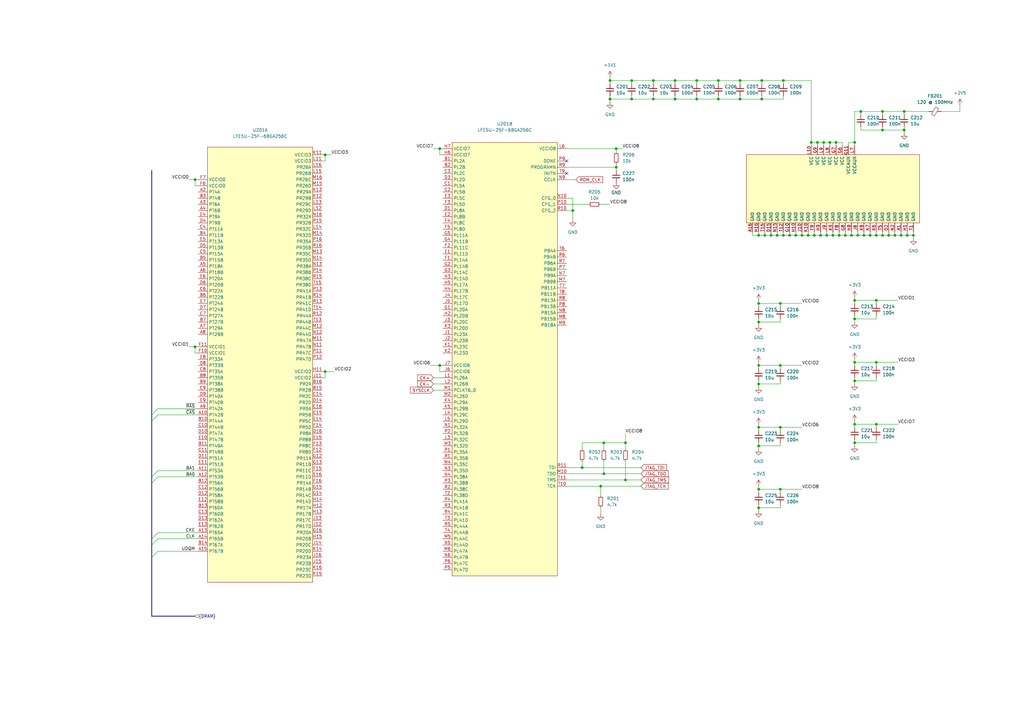
<source format=kicad_sch>
(kicad_sch (version 20231120) (generator "eeschema") (generator_version "8.0")
  (paper "A3")
  (lib_symbols
    (symbol "Device:C_Small" (pin_numbers hide) (pin_names (offset 0.254) hide)
      (property "Reference" "C" (at 0.254 1.778 0))
      (property "Value" "C_Small" (at 0.254 -2.032 0))
      (symbol "C_Small_1_1"
        (pin passive line (at 0 2.54 270) (length 2.032) (name "~") (number "1"))
        (pin passive line (at 0 -2.54 90) (length 2.032) (name "~") (number "2"))
      )
    )
    (symbol "Device:FerriteBead_Small" (pin_numbers hide) (pin_names (offset 0))
      (property "Reference" "FB" (at 1.905 1.27 0))
      (property "Value" "FerriteBead_Small" (at 1.905 -1.27 0))
      (symbol "FerriteBead_Small_1_1"
        (pin passive line (at 0 2.54 270) (length 1.27) (name "~") (number "1"))
        (pin passive line (at 0 -2.54 90) (length 1.27) (name "~") (number "2"))
      )
    )
    (symbol "Device:R_Small" (pin_numbers hide) (pin_names (offset 0.254) hide)
      (property "Reference" "R" (at 0.762 0.508 0))
      (property "Value" "R_Small" (at 0.762 -1.016 0))
      (symbol "R_Small_1_1"
        (pin passive line (at 0 2.54 270) (length 0.762) (name "~") (number "1"))
        (pin passive line (at 0 -2.54 90) (length 0.762) (name "~") (number "2"))
      )
    )
    (symbol "FPGA_Lattice_Extra:LFE5U-25F-xBGA256x"
      (property "Reference" "U201" (at 0 96.52 0))
      (property "Value" "LFE5U-25F-6BGA256C" (at 0 93.98 0))
      (symbol "LFE5U-25F-xBGA256x_1_0"
        (pin bidirectional line (at -25.4 -20.32 0) (length 3.81) (name "PT42B") (number "A10"))
        (pin bidirectional line (at -25.4 -43.18 0) (length 3.81) (name "PT53A") (number "A11"))
        (pin bidirectional line (at -25.4 -45.72 0) (length 3.81) (name "PT53B") (number "A12"))
        (pin bidirectional line (at -25.4 -68.58 0) (length 3.81) (name "PT65A") (number "A13"))
        (pin bidirectional line (at -25.4 -71.12 0) (length 3.81) (name "PT65B") (number "A14"))
        (pin bidirectional line (at -25.4 -76.2 0) (length 3.81) (name "PT67B") (number "A15"))
        (pin bidirectional line (at -25.4 71.12 0) (length 3.81) (name "PT4A") (number "A2"))
        (pin bidirectional line (at -25.4 66.04 0) (length 3.81) (name "PT6A") (number "A3"))
        (pin bidirectional line (at -25.4 63.5 0) (length 3.81) (name "PT6B") (number "A4"))
        (pin bidirectional line (at -25.4 40.64 0) (length 3.81) (name "PT18A") (number "A5"))
        (pin bidirectional line (at -25.4 38.1 0) (length 3.81) (name "PT18B") (number "A6"))
        (pin bidirectional line (at -25.4 15.24 0) (length 3.81) (name "PT29A") (number "A7"))
        (pin bidirectional line (at -25.4 12.7 0) (length 3.81) (name "PT29B") (number "A8"))
        (pin bidirectional line (at -25.4 -17.78 0) (length 3.81) (name "PT42A") (number "A9"))
        (pin bidirectional line (at -25.4 -22.86 0) (length 3.81) (name "PT44A") (number "B10"))
        (pin bidirectional line (at -25.4 -33.02 0) (length 3.81) (name "PT49A") (number "B11"))
        (pin bidirectional line (at -25.4 -48.26 0) (length 3.81) (name "PT56A") (number "B12"))
        (pin bidirectional line (at -25.4 -58.42 0) (length 3.81) (name "PT60A") (number "B13"))
        (pin bidirectional line (at -25.4 -73.66 0) (length 3.81) (name "PT67A") (number "B14"))
        (pin bidirectional line (at 25.4 -10.16 180) (length 3.81) (name "PR2B") (number "B15"))
        (pin bidirectional line (at 25.4 -7.62 180) (length 3.81) (name "PR2A") (number "B16"))
        (pin bidirectional line (at -25.4 68.58 0) (length 3.81) (name "PT4B") (number "B3"))
        (pin bidirectional line (at -25.4 53.34 0) (length 3.81) (name "PT11B") (number "B4"))
        (pin bidirectional line (at -25.4 43.18 0) (length 3.81) (name "PT15B") (number "B5"))
        (pin bidirectional line (at -25.4 27.94 0) (length 3.81) (name "PT22B") (number "B6"))
        (pin bidirectional line (at -25.4 17.78 0) (length 3.81) (name "PT27B") (number "B7"))
        (pin bidirectional line (at -25.4 -5.08 0) (length 3.81) (name "PT35B") (number "B8"))
        (pin bidirectional line (at -25.4 -7.62 0) (length 3.81) (name "PT38A") (number "B9"))
        (pin bidirectional line (at -25.4 -25.4 0) (length 3.81) (name "PT44B") (number "C10"))
        (pin bidirectional line (at -25.4 -35.56 0) (length 3.81) (name "PT49B") (number "C11"))
        (pin bidirectional line (at -25.4 -50.8 0) (length 3.81) (name "PT56B") (number "C12"))
        (pin bidirectional line (at -25.4 -60.96 0) (length 3.81) (name "PT60B") (number "C13"))
        (pin bidirectional line (at 25.4 -12.7 180) (length 3.81) (name "PR2C") (number "C14"))
        (pin bidirectional line (at 25.4 -20.32 180) (length 3.81) (name "PR5B") (number "C15"))
        (pin bidirectional line (at 25.4 -17.78 180) (length 3.81) (name "PR5A") (number "C16"))
        (pin bidirectional line (at -25.4 55.88 0) (length 3.81) (name "PT11A") (number "C4"))
        (pin bidirectional line (at -25.4 45.72 0) (length 3.81) (name "PT15A") (number "C5"))
        (pin bidirectional line (at -25.4 30.48 0) (length 3.81) (name "PT22A") (number "C6"))
        (pin bidirectional line (at -25.4 20.32 0) (length 3.81) (name "PT27A") (number "C7"))
        (pin bidirectional line (at -25.4 -2.54 0) (length 3.81) (name "PT35A") (number "C8"))
        (pin bidirectional line (at -25.4 -10.16 0) (length 3.81) (name "PT38B") (number "C9"))
        (pin bidirectional line (at -25.4 -27.94 0) (length 3.81) (name "PT47A") (number "D10"))
        (pin bidirectional line (at -25.4 -38.1 0) (length 3.81) (name "PT51A") (number "D11"))
        (pin bidirectional line (at -25.4 -53.34 0) (length 3.81) (name "PT58A") (number "D12"))
        (pin bidirectional line (at -25.4 -63.5 0) (length 3.81) (name "PT62A") (number "D13"))
        (pin bidirectional line (at 25.4 -15.24 180) (length 3.81) (name "PR2D") (number "D14"))
        (pin bidirectional line (at 25.4 -27.94 180) (length 3.81) (name "PR8A") (number "D16"))
        (pin bidirectional line (at -25.4 58.42 0) (length 3.81) (name "PT9B") (number "D4"))
        (pin bidirectional line (at -25.4 48.26 0) (length 3.81) (name "PT13B") (number "D5"))
        (pin bidirectional line (at -25.4 33.02 0) (length 3.81) (name "PT20B") (number "D6"))
        (pin bidirectional line (at -25.4 22.86 0) (length 3.81) (name "PT24B") (number "D7"))
        (pin bidirectional line (at -25.4 0 0) (length 3.81) (name "PT33B") (number "D8"))
        (pin bidirectional line (at -25.4 -12.7 0) (length 3.81) (name "PT40A") (number "D9"))
        (pin bidirectional line (at -25.4 -30.48 0) (length 3.81) (name "PT47B") (number "E10"))
        (pin bidirectional line (at -25.4 -40.64 0) (length 3.81) (name "PT51B") (number "E11"))
        (pin bidirectional line (at -25.4 -55.88 0) (length 3.81) (name "PT58B") (number "E12"))
        (pin bidirectional line (at -25.4 -66.04 0) (length 3.81) (name "PT62B") (number "E13"))
        (pin bidirectional line (at 25.4 -22.86 180) (length 3.81) (name "PR5C") (number "E14"))
        (pin bidirectional line (at 25.4 -30.48 180) (length 3.81) (name "PR8B") (number "E15"))
        (pin bidirectional line (at 25.4 -45.72 180) (length 3.81) (name "PR11D") (number "E16"))
        (pin bidirectional line (at -25.4 60.96 0) (length 3.81) (name "PT9A") (number "E4"))
        (pin bidirectional line (at -25.4 50.8 0) (length 3.81) (name "PT13A") (number "E5"))
        (pin bidirectional line (at -25.4 35.56 0) (length 3.81) (name "PT20A") (number "E6"))
        (pin bidirectional line (at -25.4 25.4 0) (length 3.81) (name "PT24A") (number "E7"))
        (pin bidirectional line (at -25.4 2.54 0) (length 3.81) (name "PT33A") (number "E8"))
        (pin bidirectional line (at -25.4 -15.24 0) (length 3.81) (name "PT40B") (number "E9"))
        (pin power_in line (at -25.4 5.08 0) (length 3.81) (name "VCCIO1") (number "F10"))
        (pin power_in line (at -25.4 7.62 0) (length 3.81) (name "VCCIO1") (number "F11"))
        (pin bidirectional line (at 25.4 -35.56 180) (length 3.81) (name "PR8D") (number "F12"))
        (pin bidirectional line (at 25.4 -33.02 180) (length 3.81) (name "PR8C") (number "F13"))
        (pin bidirectional line (at 25.4 -25.4 180) (length 3.81) (name "PR5D") (number "F14"))
        (pin bidirectional line (at 25.4 -43.18 180) (length 3.81) (name "PR11C") (number "F15"))
        (pin bidirectional line (at 25.4 -48.26 180) (length 3.81) (name "PR14A") (number "F16"))
        (pin power_in line (at -25.4 73.66 0) (length 3.81) (name "VCCIO0") (number "F6"))
        (pin power_in line (at -25.4 76.2 0) (length 3.81) (name "VCCIO0") (number "F7"))
        (pin bidirectional line (at 25.4 -38.1 180) (length 3.81) (name "PR11A") (number "G12"))
        (pin bidirectional line (at 25.4 -40.64 180) (length 3.81) (name "PR11B") (number "G13"))
        (pin bidirectional line (at 25.4 -53.34 180) (length 3.81) (name "PR14C") (number "G14"))
        (pin bidirectional line (at 25.4 -50.8 180) (length 3.81) (name "PR14B") (number "G15"))
        (pin bidirectional line (at 25.4 -68.58 180) (length 3.81) (name "PR20A") (number "G16"))
        (pin power_in line (at 25.4 -2.54 180) (length 3.81) (name "VCCIO2") (number "H11"))
        (pin bidirectional line (at 25.4 -58.42 180) (length 3.81) (name "PR17A") (number "H12"))
        (pin bidirectional line (at 25.4 -60.96 180) (length 3.81) (name "PR17B") (number "H13"))
        (pin bidirectional line (at 25.4 -55.88 180) (length 3.81) (name "PR14D") (number "H14"))
        (pin bidirectional line (at 25.4 -71.12 180) (length 3.81) (name "PR20B") (number "H15"))
        (pin power_in line (at 25.4 -5.08 180) (length 3.81) (name "VCCIO2") (number "J11"))
        (pin bidirectional line (at 25.4 -66.04 180) (length 3.81) (name "PR17D") (number "J12"))
        (pin bidirectional line (at 25.4 -63.5 180) (length 3.81) (name "PR17C") (number "J13"))
        (pin bidirectional line (at 25.4 -73.66 180) (length 3.81) (name "PR20C") (number "J14"))
        (pin bidirectional line (at 25.4 -81.28 180) (length 3.81) (name "PR23B") (number "J15"))
        (pin bidirectional line (at 25.4 -78.74 180) (length 3.81) (name "PR23A") (number "J16"))
        (pin power_in line (at 25.4 86.36 180) (length 3.81) (name "VCCIO3") (number "K11"))
        (pin bidirectional line (at 25.4 68.58 180) (length 3.81) (name "PR29B") (number "K12"))
        (pin bidirectional line (at 25.4 71.12 180) (length 3.81) (name "PR29A") (number "K13"))
        (pin bidirectional line (at 25.4 -76.2 180) (length 3.81) (name "PR20D") (number "K14"))
        (pin bidirectional line (at 25.4 -86.36 180) (length 3.81) (name "PR23D") (number "K15"))
        (pin bidirectional line (at 25.4 -83.82 180) (length 3.81) (name "PR23C") (number "K16"))
        (pin power_in line (at 25.4 83.82 180) (length 3.81) (name "VCCIO3") (number "L11"))
        (pin bidirectional line (at 25.4 63.5 180) (length 3.81) (name "PR29D") (number "L12"))
        (pin bidirectional line (at 25.4 66.04 180) (length 3.81) (name "PR29C") (number "L13"))
        (pin bidirectional line (at 25.4 55.88 180) (length 3.81) (name "PR32C") (number "L14"))
        (pin bidirectional line (at 25.4 78.74 180) (length 3.81) (name "PR26B") (number "L15"))
        (pin bidirectional line (at 25.4 81.28 180) (length 3.81) (name "PR26A") (number "L16"))
        (pin bidirectional line (at 25.4 10.16 180) (length 3.81) (name "PR47A") (number "M11"))
        (pin bidirectional line (at 25.4 15.24 180) (length 3.81) (name "PR44C") (number "M12"))
        (pin bidirectional line (at 25.4 45.72 180) (length 3.81) (name "PR35C") (number "M13"))
        (pin bidirectional line (at 25.4 53.34 180) (length 3.81) (name "PR32D") (number "M14"))
        (pin bidirectional line (at 25.4 73.66 180) (length 3.81) (name "PR26D") (number "M15"))
        (pin bidirectional line (at 25.4 76.2 180) (length 3.81) (name "PR26C") (number "M16"))
        (pin bidirectional line (at 25.4 7.62 180) (length 3.81) (name "PR47B") (number "N11"))
        (pin bidirectional line (at 25.4 12.7 180) (length 3.81) (name "PR44D") (number "N12"))
        (pin bidirectional line (at 25.4 40.64 180) (length 3.81) (name "PR38A") (number "N13"))
        (pin bidirectional line (at 25.4 43.18 180) (length 3.81) (name "PR35D") (number "N14"))
        (pin bidirectional line (at 25.4 60.96 180) (length 3.81) (name "PR32A") (number "N16"))
        (pin bidirectional line (at 25.4 5.08 180) (length 3.81) (name "PR47C") (number "P11"))
        (pin bidirectional line (at 25.4 2.54 180) (length 3.81) (name "PR47D") (number "P12"))
        (pin bidirectional line (at 25.4 30.48 180) (length 3.81) (name "PR41A") (number "P13"))
        (pin bidirectional line (at 25.4 38.1 180) (length 3.81) (name "PR38B") (number "P14"))
        (pin bidirectional line (at 25.4 58.42 180) (length 3.81) (name "PR32B") (number "P15"))
        (pin bidirectional line (at 25.4 50.8 180) (length 3.81) (name "PR35A") (number "P16"))
        (pin bidirectional line (at 25.4 20.32 180) (length 3.81) (name "PR44A") (number "R12"))
        (pin bidirectional line (at 25.4 25.4 180) (length 3.81) (name "PR41C") (number "R13"))
        (pin bidirectional line (at 25.4 27.94 180) (length 3.81) (name "PR41B") (number "R14"))
        (pin bidirectional line (at 25.4 35.56 180) (length 3.81) (name "PR38C") (number "R15"))
        (pin bidirectional line (at 25.4 48.26 180) (length 3.81) (name "PR35B") (number "R16"))
        (pin bidirectional line (at 25.4 17.78 180) (length 3.81) (name "PR44B") (number "T13"))
        (pin bidirectional line (at 25.4 22.86 180) (length 3.81) (name "PR41D") (number "T14"))
        (pin bidirectional line (at 25.4 33.02 180) (length 3.81) (name "PR38D") (number "T15"))
      )
      (symbol "LFE5U-25F-xBGA256x_2_0"
        (pin bidirectional line (at -25.4 81.28 0) (length 3.81) (name "PL2A") (number "B1"))
        (pin bidirectional line (at -25.4 78.74 0) (length 3.81) (name "PL2B") (number "B2"))
        (pin bidirectional line (at -25.4 71.12 0) (length 3.81) (name "PL5A") (number "C1"))
        (pin bidirectional line (at -25.4 68.58 0) (length 3.81) (name "PL5B") (number "C2"))
        (pin bidirectional line (at -25.4 76.2 0) (length 3.81) (name "PL2C") (number "C3"))
        (pin bidirectional line (at -25.4 60.96 0) (length 3.81) (name "PL8A") (number "D1"))
        (pin bidirectional line (at -25.4 73.66 0) (length 3.81) (name "PL2D") (number "D3"))
        (pin bidirectional line (at -25.4 43.18 0) (length 3.81) (name "PL11D") (number "E1"))
        (pin bidirectional line (at -25.4 58.42 0) (length 3.81) (name "PL8B") (number "E2"))
        (pin bidirectional line (at -25.4 66.04 0) (length 3.81) (name "PL5C") (number "E3"))
        (pin bidirectional line (at -25.4 40.64 0) (length 3.81) (name "PL14A") (number "F1"))
        (pin bidirectional line (at -25.4 45.72 0) (length 3.81) (name "PL11C") (number "F2"))
        (pin bidirectional line (at -25.4 63.5 0) (length 3.81) (name "PL5D") (number "F3"))
        (pin bidirectional line (at -25.4 55.88 0) (length 3.81) (name "PL8C") (number "F4"))
        (pin bidirectional line (at -25.4 53.34 0) (length 3.81) (name "PL8D") (number "F5"))
        (pin bidirectional line (at -25.4 20.32 0) (length 3.81) (name "PL20A") (number "G1"))
        (pin bidirectional line (at -25.4 38.1 0) (length 3.81) (name "PL14B") (number "G2"))
        (pin bidirectional line (at -25.4 35.56 0) (length 3.81) (name "PL14C") (number "G3"))
        (pin bidirectional line (at -25.4 48.26 0) (length 3.81) (name "PL11B") (number "G4"))
        (pin bidirectional line (at -25.4 50.8 0) (length 3.81) (name "PL11A") (number "G5"))
        (pin bidirectional line (at -25.4 17.78 0) (length 3.81) (name "PL20B") (number "H2"))
        (pin bidirectional line (at -25.4 33.02 0) (length 3.81) (name "PL14D") (number "H3"))
        (pin bidirectional line (at -25.4 27.94 0) (length 3.81) (name "PL17B") (number "H4"))
        (pin bidirectional line (at -25.4 30.48 0) (length 3.81) (name "PL17A") (number "H5"))
        (pin power_in line (at -25.4 83.82 0) (length 3.81) (name "VCCIO7") (number "H6"))
        (pin power_in line (at -25.4 86.36 0) (length 3.81) (name "VCCIO7") (number "H7"))
        (pin bidirectional line (at -25.4 10.16 0) (length 3.81) (name "PL23A") (number "J1"))
        (pin bidirectional line (at -25.4 7.62 0) (length 3.81) (name "PL23B") (number "J2"))
        (pin bidirectional line (at -25.4 15.24 0) (length 3.81) (name "PL20C") (number "J3"))
        (pin bidirectional line (at -25.4 25.4 0) (length 3.81) (name "PL17C") (number "J4"))
        (pin bidirectional line (at -25.4 22.86 0) (length 3.81) (name "PL17D") (number "J5"))
        (pin power_in line (at -25.4 -5.08 0) (length 3.81) (name "VCCIO6") (number "J6"))
        (pin power_in line (at -25.4 -2.54 0) (length 3.81) (name "VCCIO6") (number "J7"))
        (pin bidirectional line (at -25.4 5.08 0) (length 3.81) (name "PL23C") (number "K1"))
        (pin bidirectional line (at -25.4 2.54 0) (length 3.81) (name "PL23D") (number "K2"))
        (pin bidirectional line (at -25.4 12.7 0) (length 3.81) (name "PL20D") (number "K3"))
        (pin bidirectional line (at -25.4 -17.78 0) (length 3.81) (name "PL29A") (number "K4"))
        (pin bidirectional line (at -25.4 -20.32 0) (length 3.81) (name "PL29B") (number "K5"))
        (pin bidirectional line (at -25.4 -7.62 0) (length 3.81) (name "PL26A") (number "L1"))
        (pin bidirectional line (at -25.4 -10.16 0) (length 3.81) (name "PL26B") (number "L2"))
        (pin bidirectional line (at -25.4 -33.02 0) (length 3.81) (name "PL32C") (number "L3"))
        (pin bidirectional line (at -25.4 -22.86 0) (length 3.81) (name "PL29C") (number "L4"))
        (pin bidirectional line (at -25.4 -25.4 0) (length 3.81) (name "PL29D") (number "L5"))
        (pin power_in line (at 25.4 86.36 180) (length 3.81) (name "VCCIO8") (number "L6"))
        (pin bidirectional line (at -25.4 -12.7 0) (length 3.81) (name "PL26C") (number "M1") (alternate "PCLKT6_0" input line))
        (pin bidirectional line (at 25.4 -46.99 180) (length 3.81) (name "TDO") (number "M10"))
        (pin bidirectional line (at -25.4 -15.24 0) (length 3.81) (name "PL26D") (number "M2"))
        (pin bidirectional line (at -25.4 -35.56 0) (length 3.81) (name "PL32D") (number "M3"))
        (pin bidirectional line (at -25.4 -43.18 0) (length 3.81) (name "PL35C") (number "M4"))
        (pin bidirectional line (at -25.4 -73.66 0) (length 3.81) (name "PL44C") (number "M5"))
        (pin bidirectional line (at -25.4 -78.74 0) (length 3.81) (name "PL47A") (number "M6"))
        (pin bidirectional line (at 25.4 31.75 180) (length 3.81) (name "PB9B") (number "M7"))
        (pin bidirectional line (at 25.4 16.51 180) (length 3.81) (name "PB15B") (number "M8"))
        (pin bidirectional line (at 25.4 13.97 180) (length 3.81) (name "PB18A") (number "M9"))
        (pin bidirectional line (at -25.4 -27.94 0) (length 3.81) (name "PL32A") (number "N1"))
        (pin bidirectional line (at 25.4 66.04 180) (length 3.81) (name "CFG_0") (number "N10"))
        (pin bidirectional line (at -25.4 -45.72 0) (length 3.81) (name "PL35D") (number "N3"))
        (pin bidirectional line (at -25.4 -48.26 0) (length 3.81) (name "PL38A") (number "N4"))
        (pin bidirectional line (at -25.4 -76.2 0) (length 3.81) (name "PL44D") (number "N5"))
        (pin bidirectional line (at -25.4 -81.28 0) (length 3.81) (name "PL47B") (number "N6"))
        (pin bidirectional line (at 25.4 34.29 180) (length 3.81) (name "PB9A") (number "N7"))
        (pin bidirectional line (at 25.4 19.05 180) (length 3.81) (name "PB15A") (number "N8"))
        (pin bidirectional line (at 25.4 73.66 180) (length 3.81) (name "CCLK") (number "N9"))
        (pin bidirectional line (at -25.4 -38.1 0) (length 3.81) (name "PL35A") (number "P1"))
        (pin bidirectional line (at 25.4 63.5 180) (length 3.81) (name "CFG_1") (number "P10"))
        (pin bidirectional line (at -25.4 -30.48 0) (length 3.81) (name "PL32B") (number "P2"))
        (pin bidirectional line (at -25.4 -50.8 0) (length 3.81) (name "PL38B") (number "P3"))
        (pin bidirectional line (at -25.4 -58.42 0) (length 3.81) (name "PL41A") (number "P4"))
        (pin bidirectional line (at -25.4 -86.36 0) (length 3.81) (name "PL47D") (number "P5"))
        (pin bidirectional line (at -25.4 -83.82 0) (length 3.81) (name "PL47C") (number "P6"))
        (pin bidirectional line (at 25.4 36.83 180) (length 3.81) (name "PB6B") (number "P7"))
        (pin bidirectional line (at 25.4 21.59 180) (length 3.81) (name "PB13B") (number "P8"))
        (pin bidirectional line (at 25.4 81.28 180) (length 3.81) (name "DONE") (number "P9"))
        (pin bidirectional line (at -25.4 -40.64 0) (length 3.81) (name "PL35B") (number "R1"))
        (pin bidirectional line (at 25.4 60.96 180) (length 3.81) (name "CFG_2") (number "R10"))
        (pin bidirectional line (at 25.4 -44.45 180) (length 3.81) (name "TDI") (number "R11"))
        (pin bidirectional line (at -25.4 -53.34 0) (length 3.81) (name "PL38C") (number "R2"))
        (pin bidirectional line (at -25.4 -60.96 0) (length 3.81) (name "PL41B") (number "R3"))
        (pin bidirectional line (at -25.4 -63.5 0) (length 3.81) (name "PL41C") (number "R4"))
        (pin bidirectional line (at -25.4 -68.58 0) (length 3.81) (name "PL44A") (number "R5"))
        (pin bidirectional line (at 25.4 41.91 180) (length 3.81) (name "PB4B") (number "R6"))
        (pin bidirectional line (at 25.4 39.37 180) (length 3.81) (name "PB6A") (number "R7"))
        (pin bidirectional line (at 25.4 24.13 180) (length 3.81) (name "PB13A") (number "R8"))
        (pin bidirectional line (at 25.4 78.74 180) (length 3.81) (name "PROGRAMN") (number "R9"))
        (pin bidirectional line (at 25.4 -52.07 180) (length 3.81) (name "TCK") (number "T10"))
        (pin bidirectional line (at 25.4 -49.53 180) (length 3.81) (name "TMS") (number "T11"))
        (pin bidirectional line (at -25.4 -55.88 0) (length 3.81) (name "PL38D") (number "T2"))
        (pin bidirectional line (at -25.4 -66.04 0) (length 3.81) (name "PL41D") (number "T3"))
        (pin bidirectional line (at -25.4 -71.12 0) (length 3.81) (name "PL44B") (number "T4"))
        (pin bidirectional line (at 25.4 44.45 180) (length 3.81) (name "PB4A") (number "T6"))
        (pin bidirectional line (at 25.4 29.21 180) (length 3.81) (name "PB11A") (number "T7"))
        (pin bidirectional line (at 25.4 26.67 180) (length 3.81) (name "PB11B") (number "T8"))
        (pin bidirectional line (at 25.4 76.2 180) (length 3.81) (name "INITN") (number "T9"))
      )
      (symbol "LFE5U-25F-xBGA256x_3_0"
        (pin power_in line (at 27.94 -17.78 90) (length 3.81) (name "GND") (number "A1"))
        (pin power_in line (at -33.02 -17.78 90) (length 3.81) (name "GND") (number "A16"))
        (pin power_in line (at -25.4 -17.78 90) (length 3.81) (name "GND") (number "D15"))
        (pin power_in line (at 22.86 -17.78 90) (length 3.81) (name "GND") (number "D2"))
        (pin power_in line (at 2.54 -17.78 90) (length 3.81) (name "GND") (number "F8"))
        (pin power_in line (at -7.62 -17.78 90) (length 3.81) (name "GND") (number "F9"))
        (pin power_in line (at -17.78 -17.78 90) (length 3.81) (name "GND") (number "G10"))
        (pin power_in line (at 6.35 17.78 270) (length 3.81) (name "VCCAUX") (number "G11"))
        (pin power_in line (at 3.81 17.78 270) (length 3.81) (name "VCC") (number "G6"))
        (pin power_in line (at 1.27 17.78 270) (length 3.81) (name "VCC") (number "G7"))
        (pin power_in line (at 5.08 -17.78 90) (length 3.81) (name "GND") (number "G8"))
        (pin power_in line (at -6.35 17.78 270) (length 3.81) (name "VCC") (number "G9"))
        (pin power_in line (at 30.48 -17.78 90) (length 3.81) (name "GND") (number "H1"))
        (pin power_in line (at -15.24 -17.78 90) (length 3.81) (name "GND") (number "H10"))
        (pin power_in line (at -30.48 -17.78 90) (length 3.81) (name "GND") (number "H16"))
        (pin power_in line (at 7.62 -17.78 90) (length 3.81) (name "GND") (number "H8"))
        (pin power_in line (at -5.08 -17.78 90) (length 3.81) (name "GND") (number "H9"))
        (pin power_in line (at -12.7 -17.78 90) (length 3.81) (name "GND") (number "J10"))
        (pin power_in line (at 10.16 -17.78 90) (length 3.81) (name "GND") (number "J8"))
        (pin power_in line (at -2.54 -17.78 90) (length 3.81) (name "GND") (number "J9"))
        (pin power_in line (at -10.16 -17.78 90) (length 3.81) (name "GND") (number "K10"))
        (pin power_in line (at 17.78 -17.78 90) (length 3.81) (name "GND") (number "K6"))
        (pin power_in line (at 15.24 -17.78 90) (length 3.81) (name "GND") (number "K7"))
        (pin power_in line (at 12.7 -17.78 90) (length 3.81) (name "GND") (number "K8"))
        (pin power_in line (at 0 -17.78 90) (length 3.81) (name "GND") (number "K9"))
        (pin power_in line (at -8.89 17.78 270) (length 3.81) (name "VCC") (number "L10"))
        (pin power_in line (at 8.89 17.78 270) (length 3.81) (name "VCCAUX") (number "L7"))
        (pin power_in line (at -1.27 17.78 270) (length 3.81) (name "VCC") (number "L8"))
        (pin power_in line (at -3.81 17.78 270) (length 3.81) (name "VCC") (number "L9"))
        (pin power_in line (at -22.86 -17.78 90) (length 3.81) (name "GND") (number "N15"))
        (pin power_in line (at 25.4 -17.78 90) (length 3.81) (name "GND") (number "N2"))
        (pin power_in line (at 33.02 -17.78 90) (length 3.81) (name "GND") (number "T1"))
        (pin power_in line (at -20.32 -17.78 90) (length 3.81) (name "GND") (number "T12"))
        (pin power_in line (at -27.94 -17.78 90) (length 3.81) (name "GND") (number "T16"))
        (pin power_in line (at 20.32 -17.78 90) (length 3.81) (name "GND") (number "T5"))
      )
    )
    (symbol "LFE5U-25F-xBGA256x_1"
      (property "Reference" "U" (at 48.006 0.762 0))
      (property "Value" "LFE5U-25F-xBGA256x" (at 57.404 -1.524 0))
      (property "Footprint" "Package_BGA_Extra:Lattice_caBGA-256_14.0x14.0mm_Layout16x16_P0.8mm" (at 0 0 0))
      (symbol "LFE5U-25F-xBGA256x_1_1_0"
        (pin bidirectional line (at -25.4 -20.32 0) (length 3.81) (name "PT42B") (number "A10"))
        (pin bidirectional line (at -25.4 -43.18 0) (length 3.81) (name "PT53A") (number "A11"))
        (pin bidirectional line (at -25.4 -45.72 0) (length 3.81) (name "PT53B") (number "A12"))
        (pin bidirectional line (at -25.4 -68.58 0) (length 3.81) (name "PT65A") (number "A13"))
        (pin bidirectional line (at -25.4 -71.12 0) (length 3.81) (name "PT65B") (number "A14"))
        (pin bidirectional line (at -25.4 -76.2 0) (length 3.81) (name "PT67B") (number "A15"))
        (pin bidirectional line (at -25.4 71.12 0) (length 3.81) (name "PT4A") (number "A2"))
        (pin bidirectional line (at -25.4 66.04 0) (length 3.81) (name "PT6A") (number "A3"))
        (pin bidirectional line (at -25.4 63.5 0) (length 3.81) (name "PT6B") (number "A4"))
        (pin bidirectional line (at -25.4 40.64 0) (length 3.81) (name "PT18A") (number "A5"))
        (pin bidirectional line (at -25.4 38.1 0) (length 3.81) (name "PT18B") (number "A6"))
        (pin bidirectional line (at -25.4 15.24 0) (length 3.81) (name "PT29A") (number "A7"))
        (pin bidirectional line (at -25.4 12.7 0) (length 3.81) (name "PT29B") (number "A8"))
        (pin bidirectional line (at -25.4 -17.78 0) (length 3.81) (name "PT42A") (number "A9"))
        (pin bidirectional line (at -25.4 -22.86 0) (length 3.81) (name "PT44A") (number "B10"))
        (pin bidirectional line (at -25.4 -33.02 0) (length 3.81) (name "PT49A") (number "B11"))
        (pin bidirectional line (at -25.4 -48.26 0) (length 3.81) (name "PT56A") (number "B12"))
        (pin bidirectional line (at -25.4 -58.42 0) (length 3.81) (name "PT60A") (number "B13"))
        (pin bidirectional line (at -25.4 -73.66 0) (length 3.81) (name "PT67A") (number "B14"))
        (pin bidirectional line (at 25.4 -10.16 180) (length 3.81) (name "PR2B") (number "B15"))
        (pin bidirectional line (at 25.4 -7.62 180) (length 3.81) (name "PR2A") (number "B16"))
        (pin bidirectional line (at -25.4 68.58 0) (length 3.81) (name "PT4B") (number "B3"))
        (pin bidirectional line (at -25.4 53.34 0) (length 3.81) (name "PT11B") (number "B4"))
        (pin bidirectional line (at -25.4 43.18 0) (length 3.81) (name "PT15B") (number "B5"))
        (pin bidirectional line (at -25.4 27.94 0) (length 3.81) (name "PT22B") (number "B6"))
        (pin bidirectional line (at -25.4 17.78 0) (length 3.81) (name "PT27B") (number "B7"))
        (pin bidirectional line (at -25.4 -5.08 0) (length 3.81) (name "PT35B") (number "B8"))
        (pin bidirectional line (at -25.4 -7.62 0) (length 3.81) (name "PT38A") (number "B9"))
        (pin bidirectional line (at -25.4 -25.4 0) (length 3.81) (name "PT44B") (number "C10"))
        (pin bidirectional line (at -25.4 -35.56 0) (length 3.81) (name "PT49B") (number "C11"))
        (pin bidirectional line (at -25.4 -50.8 0) (length 3.81) (name "PT56B") (number "C12"))
        (pin bidirectional line (at -25.4 -60.96 0) (length 3.81) (name "PT60B") (number "C13"))
        (pin bidirectional line (at 25.4 -12.7 180) (length 3.81) (name "PR2C") (number "C14"))
        (pin bidirectional line (at 25.4 -20.32 180) (length 3.81) (name "PR5B") (number "C15"))
        (pin bidirectional line (at 25.4 -17.78 180) (length 3.81) (name "PR5A") (number "C16"))
        (pin bidirectional line (at -25.4 55.88 0) (length 3.81) (name "PT11A") (number "C4"))
        (pin bidirectional line (at -25.4 45.72 0) (length 3.81) (name "PT15A") (number "C5"))
        (pin bidirectional line (at -25.4 30.48 0) (length 3.81) (name "PT22A") (number "C6"))
        (pin bidirectional line (at -25.4 20.32 0) (length 3.81) (name "PT27A") (number "C7"))
        (pin bidirectional line (at -25.4 -2.54 0) (length 3.81) (name "PT35A") (number "C8"))
        (pin bidirectional line (at -25.4 -10.16 0) (length 3.81) (name "PT38B") (number "C9"))
        (pin bidirectional line (at -25.4 -27.94 0) (length 3.81) (name "PT47A") (number "D10"))
        (pin bidirectional line (at -25.4 -38.1 0) (length 3.81) (name "PT51A") (number "D11"))
        (pin bidirectional line (at -25.4 -53.34 0) (length 3.81) (name "PT58A") (number "D12"))
        (pin bidirectional line (at -25.4 -63.5 0) (length 3.81) (name "PT62A") (number "D13"))
        (pin bidirectional line (at 25.4 -15.24 180) (length 3.81) (name "PR2D") (number "D14"))
        (pin bidirectional line (at 25.4 -27.94 180) (length 3.81) (name "PR8A") (number "D16"))
        (pin bidirectional line (at -25.4 58.42 0) (length 3.81) (name "PT9B") (number "D4"))
        (pin bidirectional line (at -25.4 48.26 0) (length 3.81) (name "PT13B") (number "D5"))
        (pin bidirectional line (at -25.4 33.02 0) (length 3.81) (name "PT20B") (number "D6"))
        (pin bidirectional line (at -25.4 22.86 0) (length 3.81) (name "PT24B") (number "D7"))
        (pin bidirectional line (at -25.4 0 0) (length 3.81) (name "PT33B") (number "D8"))
        (pin bidirectional line (at -25.4 -12.7 0) (length 3.81) (name "PT40A") (number "D9"))
        (pin bidirectional line (at -25.4 -30.48 0) (length 3.81) (name "PT47B") (number "E10"))
        (pin bidirectional line (at -25.4 -40.64 0) (length 3.81) (name "PT51B") (number "E11"))
        (pin bidirectional line (at -25.4 -55.88 0) (length 3.81) (name "PT58B") (number "E12"))
        (pin bidirectional line (at -25.4 -66.04 0) (length 3.81) (name "PT62B") (number "E13"))
        (pin bidirectional line (at 25.4 -22.86 180) (length 3.81) (name "PR5C") (number "E14"))
        (pin bidirectional line (at 25.4 -30.48 180) (length 3.81) (name "PR8B") (number "E15"))
        (pin bidirectional line (at 25.4 -45.72 180) (length 3.81) (name "PR11D") (number "E16"))
        (pin bidirectional line (at -25.4 60.96 0) (length 3.81) (name "PT9A") (number "E4"))
        (pin bidirectional line (at -25.4 50.8 0) (length 3.81) (name "PT13A") (number "E5"))
        (pin bidirectional line (at -25.4 35.56 0) (length 3.81) (name "PT20A") (number "E6"))
        (pin bidirectional line (at -25.4 25.4 0) (length 3.81) (name "PT24A") (number "E7"))
        (pin bidirectional line (at -25.4 2.54 0) (length 3.81) (name "PT33A") (number "E8"))
        (pin bidirectional line (at -25.4 -15.24 0) (length 3.81) (name "PT40B") (number "E9"))
        (pin power_in line (at -25.4 5.08 0) (length 3.81) (name "VCCIO1") (number "F10"))
        (pin power_in line (at -25.4 7.62 0) (length 3.81) (name "VCCIO1") (number "F11"))
        (pin bidirectional line (at 25.4 -35.56 180) (length 3.81) (name "PR8D") (number "F12"))
        (pin bidirectional line (at 25.4 -33.02 180) (length 3.81) (name "PR8C") (number "F13"))
        (pin bidirectional line (at 25.4 -25.4 180) (length 3.81) (name "PR5D") (number "F14"))
        (pin bidirectional line (at 25.4 -43.18 180) (length 3.81) (name "PR11C") (number "F15"))
        (pin bidirectional line (at 25.4 -48.26 180) (length 3.81) (name "PR14A") (number "F16"))
        (pin power_in line (at -25.4 73.66 0) (length 3.81) (name "VCCIO0") (number "F6"))
        (pin power_in line (at -25.4 76.2 0) (length 3.81) (name "VCCIO0") (number "F7"))
        (pin bidirectional line (at 25.4 -38.1 180) (length 3.81) (name "PR11A") (number "G12"))
        (pin bidirectional line (at 25.4 -40.64 180) (length 3.81) (name "PR11B") (number "G13"))
        (pin bidirectional line (at 25.4 -53.34 180) (length 3.81) (name "PR14C") (number "G14"))
        (pin bidirectional line (at 25.4 -50.8 180) (length 3.81) (name "PR14B") (number "G15"))
        (pin bidirectional line (at 25.4 -68.58 180) (length 3.81) (name "PR20A") (number "G16"))
        (pin power_in line (at 25.4 -2.54 180) (length 3.81) (name "VCCIO2") (number "H11"))
        (pin bidirectional line (at 25.4 -58.42 180) (length 3.81) (name "PR17A") (number "H12"))
        (pin bidirectional line (at 25.4 -60.96 180) (length 3.81) (name "PR17B") (number "H13"))
        (pin bidirectional line (at 25.4 -55.88 180) (length 3.81) (name "PR14D") (number "H14"))
        (pin bidirectional line (at 25.4 -71.12 180) (length 3.81) (name "PR20B") (number "H15"))
        (pin power_in line (at 25.4 -5.08 180) (length 3.81) (name "VCCIO2") (number "J11"))
        (pin bidirectional line (at 25.4 -66.04 180) (length 3.81) (name "PR17D") (number "J12"))
        (pin bidirectional line (at 25.4 -63.5 180) (length 3.81) (name "PR17C") (number "J13"))
        (pin bidirectional line (at 25.4 -73.66 180) (length 3.81) (name "PR20C") (number "J14"))
        (pin bidirectional line (at 25.4 -81.28 180) (length 3.81) (name "PR23B") (number "J15"))
        (pin bidirectional line (at 25.4 -78.74 180) (length 3.81) (name "PR23A") (number "J16"))
        (pin power_in line (at 25.4 86.36 180) (length 3.81) (name "VCCIO3") (number "K11"))
        (pin bidirectional line (at 25.4 68.58 180) (length 3.81) (name "PR29B") (number "K12"))
        (pin bidirectional line (at 25.4 71.12 180) (length 3.81) (name "PR29A") (number "K13"))
        (pin bidirectional line (at 25.4 -76.2 180) (length 3.81) (name "PR20D") (number "K14"))
        (pin bidirectional line (at 25.4 -86.36 180) (length 3.81) (name "PR23D") (number "K15"))
        (pin bidirectional line (at 25.4 -83.82 180) (length 3.81) (name "PR23C") (number "K16"))
        (pin power_in line (at 25.4 83.82 180) (length 3.81) (name "VCCIO3") (number "L11"))
        (pin bidirectional line (at 25.4 63.5 180) (length 3.81) (name "PR29D") (number "L12"))
        (pin bidirectional line (at 25.4 66.04 180) (length 3.81) (name "PR29C") (number "L13"))
        (pin bidirectional line (at 25.4 55.88 180) (length 3.81) (name "PR32C") (number "L14"))
        (pin bidirectional line (at 25.4 78.74 180) (length 3.81) (name "PR26B") (number "L15"))
        (pin bidirectional line (at 25.4 81.28 180) (length 3.81) (name "PR26A") (number "L16"))
        (pin bidirectional line (at 25.4 10.16 180) (length 3.81) (name "PR47A") (number "M11"))
        (pin bidirectional line (at 25.4 15.24 180) (length 3.81) (name "PR44C") (number "M12"))
        (pin bidirectional line (at 25.4 45.72 180) (length 3.81) (name "PR35C") (number "M13"))
        (pin bidirectional line (at 25.4 53.34 180) (length 3.81) (name "PR32D") (number "M14"))
        (pin bidirectional line (at 25.4 73.66 180) (length 3.81) (name "PR26D") (number "M15"))
        (pin bidirectional line (at 25.4 76.2 180) (length 3.81) (name "PR26C") (number "M16"))
        (pin bidirectional line (at 25.4 7.62 180) (length 3.81) (name "PR47B") (number "N11"))
        (pin bidirectional line (at 25.4 12.7 180) (length 3.81) (name "PR44D") (number "N12"))
        (pin bidirectional line (at 25.4 40.64 180) (length 3.81) (name "PR38A") (number "N13"))
        (pin bidirectional line (at 25.4 43.18 180) (length 3.81) (name "PR35D") (number "N14"))
        (pin bidirectional line (at 25.4 60.96 180) (length 3.81) (name "PR32A") (number "N16"))
        (pin bidirectional line (at 25.4 5.08 180) (length 3.81) (name "PR47C") (number "P11"))
        (pin bidirectional line (at 25.4 2.54 180) (length 3.81) (name "PR47D") (number "P12"))
        (pin bidirectional line (at 25.4 30.48 180) (length 3.81) (name "PR41A") (number "P13"))
        (pin bidirectional line (at 25.4 38.1 180) (length 3.81) (name "PR38B") (number "P14"))
        (pin bidirectional line (at 25.4 58.42 180) (length 3.81) (name "PR32B") (number "P15"))
        (pin bidirectional line (at 25.4 50.8 180) (length 3.81) (name "PR35A") (number "P16"))
        (pin bidirectional line (at 25.4 20.32 180) (length 3.81) (name "PR44A") (number "R12"))
        (pin bidirectional line (at 25.4 25.4 180) (length 3.81) (name "PR41C") (number "R13"))
        (pin bidirectional line (at 25.4 27.94 180) (length 3.81) (name "PR41B") (number "R14"))
        (pin bidirectional line (at 25.4 35.56 180) (length 3.81) (name "PR38C") (number "R15"))
        (pin bidirectional line (at 25.4 48.26 180) (length 3.81) (name "PR35B") (number "R16"))
        (pin bidirectional line (at 25.4 17.78 180) (length 3.81) (name "PR44B") (number "T13"))
        (pin bidirectional line (at 25.4 22.86 180) (length 3.81) (name "PR41D") (number "T14"))
        (pin bidirectional line (at 25.4 33.02 180) (length 3.81) (name "PR38D") (number "T15"))
      )
      (symbol "LFE5U-25F-xBGA256x_1_2_0"
        (pin bidirectional line (at -25.4 81.28 0) (length 3.81) (name "PL2A") (number "B1"))
        (pin bidirectional line (at -25.4 78.74 0) (length 3.81) (name "PL2B") (number "B2"))
        (pin bidirectional line (at -25.4 71.12 0) (length 3.81) (name "PL5A") (number "C1"))
        (pin bidirectional line (at -25.4 68.58 0) (length 3.81) (name "PL5B") (number "C2"))
        (pin bidirectional line (at -25.4 76.2 0) (length 3.81) (name "PL2C") (number "C3"))
        (pin bidirectional line (at -25.4 60.96 0) (length 3.81) (name "PL8A") (number "D1"))
        (pin bidirectional line (at -25.4 73.66 0) (length 3.81) (name "PL2D") (number "D3"))
        (pin bidirectional line (at -25.4 43.18 0) (length 3.81) (name "PL11D") (number "E1"))
        (pin bidirectional line (at -25.4 58.42 0) (length 3.81) (name "PL8B") (number "E2"))
        (pin bidirectional line (at -25.4 66.04 0) (length 3.81) (name "PL5C") (number "E3"))
        (pin bidirectional line (at -25.4 40.64 0) (length 3.81) (name "PL14A") (number "F1"))
        (pin bidirectional line (at -25.4 45.72 0) (length 3.81) (name "PL11C") (number "F2"))
        (pin bidirectional line (at -25.4 63.5 0) (length 3.81) (name "PL5D") (number "F3"))
        (pin bidirectional line (at -25.4 55.88 0) (length 3.81) (name "PL8C") (number "F4"))
        (pin bidirectional line (at -25.4 53.34 0) (length 3.81) (name "PL8D") (number "F5"))
        (pin bidirectional line (at -25.4 20.32 0) (length 3.81) (name "PL20A") (number "G1"))
        (pin bidirectional line (at -25.4 38.1 0) (length 3.81) (name "PL14B") (number "G2"))
        (pin bidirectional line (at -25.4 35.56 0) (length 3.81) (name "PL14C") (number "G3"))
        (pin bidirectional line (at -25.4 48.26 0) (length 3.81) (name "PL11B") (number "G4"))
        (pin bidirectional line (at -25.4 50.8 0) (length 3.81) (name "PL11A") (number "G5"))
        (pin bidirectional line (at -25.4 17.78 0) (length 3.81) (name "PL20B") (number "H2"))
        (pin bidirectional line (at -25.4 33.02 0) (length 3.81) (name "PL14D") (number "H3"))
        (pin bidirectional line (at -25.4 27.94 0) (length 3.81) (name "PL17B") (number "H4"))
        (pin bidirectional line (at -25.4 30.48 0) (length 3.81) (name "PL17A") (number "H5"))
        (pin power_in line (at -25.4 83.82 0) (length 3.81) (name "VCCIO7") (number "H6"))
        (pin power_in line (at -25.4 86.36 0) (length 3.81) (name "VCCIO7") (number "H7"))
        (pin bidirectional line (at -25.4 10.16 0) (length 3.81) (name "PL23A") (number "J1"))
        (pin bidirectional line (at -25.4 7.62 0) (length 3.81) (name "PL23B") (number "J2"))
        (pin bidirectional line (at -25.4 15.24 0) (length 3.81) (name "PL20C") (number "J3"))
        (pin bidirectional line (at -25.4 25.4 0) (length 3.81) (name "PL17C") (number "J4"))
        (pin bidirectional line (at -25.4 22.86 0) (length 3.81) (name "PL17D") (number "J5"))
        (pin power_in line (at -25.4 -5.08 0) (length 3.81) (name "VCCIO6") (number "J6"))
        (pin power_in line (at -25.4 -2.54 0) (length 3.81) (name "VCCIO6") (number "J7"))
        (pin bidirectional line (at -25.4 5.08 0) (length 3.81) (name "PL23C") (number "K1"))
        (pin bidirectional line (at -25.4 2.54 0) (length 3.81) (name "PL23D") (number "K2"))
        (pin bidirectional line (at -25.4 12.7 0) (length 3.81) (name "PL20D") (number "K3"))
        (pin bidirectional line (at -25.4 -17.78 0) (length 3.81) (name "PL29A") (number "K4"))
        (pin bidirectional line (at -25.4 -20.32 0) (length 3.81) (name "PL29B") (number "K5"))
        (pin bidirectional line (at -25.4 -7.62 0) (length 3.81) (name "PL26A") (number "L1"))
        (pin bidirectional line (at -25.4 -10.16 0) (length 3.81) (name "PL26B") (number "L2"))
        (pin bidirectional line (at -25.4 -33.02 0) (length 3.81) (name "PL32C") (number "L3"))
        (pin bidirectional line (at -25.4 -22.86 0) (length 3.81) (name "PL29C") (number "L4"))
        (pin bidirectional line (at -25.4 -25.4 0) (length 3.81) (name "PL29D") (number "L5"))
        (pin power_in line (at 25.4 86.36 180) (length 3.81) (name "VCCIO8") (number "L6"))
        (pin bidirectional line (at -25.4 -12.7 0) (length 3.81) (name "PL26C") (number "M1") (alternate "PCLKT6_0" input line))
        (pin bidirectional line (at 25.4 -46.99 180) (length 3.81) (name "TDO") (number "M10"))
        (pin bidirectional line (at -25.4 -15.24 0) (length 3.81) (name "PL26D") (number "M2"))
        (pin bidirectional line (at -25.4 -35.56 0) (length 3.81) (name "PL32D") (number "M3"))
        (pin bidirectional line (at -25.4 -43.18 0) (length 3.81) (name "PL35C") (number "M4"))
        (pin bidirectional line (at -25.4 -73.66 0) (length 3.81) (name "PL44C") (number "M5"))
        (pin bidirectional line (at -25.4 -78.74 0) (length 3.81) (name "PL47A") (number "M6"))
        (pin bidirectional line (at 25.4 31.75 180) (length 3.81) (name "PB9B") (number "M7"))
        (pin bidirectional line (at 25.4 16.51 180) (length 3.81) (name "PB15B") (number "M8"))
        (pin bidirectional line (at 25.4 13.97 180) (length 3.81) (name "PB18A") (number "M9"))
        (pin bidirectional line (at -25.4 -27.94 0) (length 3.81) (name "PL32A") (number "N1"))
        (pin bidirectional line (at 25.4 66.04 180) (length 3.81) (name "CFG_0") (number "N10"))
        (pin bidirectional line (at -25.4 -45.72 0) (length 3.81) (name "PL35D") (number "N3"))
        (pin bidirectional line (at -25.4 -48.26 0) (length 3.81) (name "PL38A") (number "N4"))
        (pin bidirectional line (at -25.4 -76.2 0) (length 3.81) (name "PL44D") (number "N5"))
        (pin bidirectional line (at -25.4 -81.28 0) (length 3.81) (name "PL47B") (number "N6"))
        (pin bidirectional line (at 25.4 34.29 180) (length 3.81) (name "PB9A") (number "N7"))
        (pin bidirectional line (at 25.4 19.05 180) (length 3.81) (name "PB15A") (number "N8"))
        (pin bidirectional line (at 25.4 73.66 180) (length 3.81) (name "CCLK") (number "N9"))
        (pin bidirectional line (at -25.4 -38.1 0) (length 3.81) (name "PL35A") (number "P1"))
        (pin bidirectional line (at 25.4 63.5 180) (length 3.81) (name "CFG_1") (number "P10"))
        (pin bidirectional line (at -25.4 -30.48 0) (length 3.81) (name "PL32B") (number "P2"))
        (pin bidirectional line (at -25.4 -50.8 0) (length 3.81) (name "PL38B") (number "P3"))
        (pin bidirectional line (at -25.4 -58.42 0) (length 3.81) (name "PL41A") (number "P4"))
        (pin bidirectional line (at -25.4 -86.36 0) (length 3.81) (name "PL47D") (number "P5"))
        (pin bidirectional line (at -25.4 -83.82 0) (length 3.81) (name "PL47C") (number "P6"))
        (pin bidirectional line (at 25.4 36.83 180) (length 3.81) (name "PB6B") (number "P7"))
        (pin bidirectional line (at 25.4 21.59 180) (length 3.81) (name "PB13B") (number "P8"))
        (pin bidirectional line (at 25.4 81.28 180) (length 3.81) (name "DONE") (number "P9"))
        (pin bidirectional line (at -25.4 -40.64 0) (length 3.81) (name "PL35B") (number "R1"))
        (pin bidirectional line (at 25.4 60.96 180) (length 3.81) (name "CFG_2") (number "R10"))
        (pin bidirectional line (at 25.4 -44.45 180) (length 3.81) (name "TDI") (number "R11"))
        (pin bidirectional line (at -25.4 -53.34 0) (length 3.81) (name "PL38C") (number "R2"))
        (pin bidirectional line (at -25.4 -60.96 0) (length 3.81) (name "PL41B") (number "R3"))
        (pin bidirectional line (at -25.4 -63.5 0) (length 3.81) (name "PL41C") (number "R4"))
        (pin bidirectional line (at -25.4 -68.58 0) (length 3.81) (name "PL44A") (number "R5"))
        (pin bidirectional line (at 25.4 41.91 180) (length 3.81) (name "PB4B") (number "R6"))
        (pin bidirectional line (at 25.4 39.37 180) (length 3.81) (name "PB6A") (number "R7"))
        (pin bidirectional line (at 25.4 24.13 180) (length 3.81) (name "PB13A") (number "R8"))
        (pin bidirectional line (at 25.4 78.74 180) (length 3.81) (name "PROGRAMN") (number "R9"))
        (pin bidirectional line (at 25.4 -52.07 180) (length 3.81) (name "TCK") (number "T10"))
        (pin bidirectional line (at 25.4 -49.53 180) (length 3.81) (name "TMS") (number "T11"))
        (pin bidirectional line (at -25.4 -55.88 0) (length 3.81) (name "PL38D") (number "T2"))
        (pin bidirectional line (at -25.4 -66.04 0) (length 3.81) (name "PL41D") (number "T3"))
        (pin bidirectional line (at -25.4 -71.12 0) (length 3.81) (name "PL44B") (number "T4"))
        (pin bidirectional line (at 25.4 44.45 180) (length 3.81) (name "PB4A") (number "T6"))
        (pin bidirectional line (at 25.4 29.21 180) (length 3.81) (name "PB11A") (number "T7"))
        (pin bidirectional line (at 25.4 26.67 180) (length 3.81) (name "PB11B") (number "T8"))
        (pin bidirectional line (at 25.4 76.2 180) (length 3.81) (name "INITN") (number "T9"))
      )
      (symbol "LFE5U-25F-xBGA256x_1_3_0"
        (pin power_in line (at 27.94 -17.78 90) (length 3.81) (name "GND") (number "A1"))
        (pin power_in line (at -33.02 -17.78 90) (length 3.81) (name "GND") (number "A16"))
        (pin power_in line (at -25.4 -17.78 90) (length 3.81) (name "GND") (number "D15"))
        (pin power_in line (at 22.86 -17.78 90) (length 3.81) (name "GND") (number "D2"))
        (pin power_in line (at 2.54 -17.78 90) (length 3.81) (name "GND") (number "F8"))
        (pin power_in line (at -7.62 -17.78 90) (length 3.81) (name "GND") (number "F9"))
        (pin power_in line (at -17.78 -17.78 90) (length 3.81) (name "GND") (number "G10"))
        (pin power_in line (at 6.35 17.78 270) (length 3.81) (name "VCCAUX") (number "G11"))
        (pin power_in line (at 3.81 17.78 270) (length 3.81) (name "VCC") (number "G6"))
        (pin power_in line (at 1.27 17.78 270) (length 3.81) (name "VCC") (number "G7"))
        (pin power_in line (at 5.08 -17.78 90) (length 3.81) (name "GND") (number "G8"))
        (pin power_in line (at -6.35 17.78 270) (length 3.81) (name "VCC") (number "G9"))
        (pin power_in line (at 30.48 -17.78 90) (length 3.81) (name "GND") (number "H1"))
        (pin power_in line (at -15.24 -17.78 90) (length 3.81) (name "GND") (number "H10"))
        (pin power_in line (at -30.48 -17.78 90) (length 3.81) (name "GND") (number "H16"))
        (pin power_in line (at 7.62 -17.78 90) (length 3.81) (name "GND") (number "H8"))
        (pin power_in line (at -5.08 -17.78 90) (length 3.81) (name "GND") (number "H9"))
        (pin power_in line (at -12.7 -17.78 90) (length 3.81) (name "GND") (number "J10"))
        (pin power_in line (at 10.16 -17.78 90) (length 3.81) (name "GND") (number "J8"))
        (pin power_in line (at -2.54 -17.78 90) (length 3.81) (name "GND") (number "J9"))
        (pin power_in line (at -10.16 -17.78 90) (length 3.81) (name "GND") (number "K10"))
        (pin power_in line (at 17.78 -17.78 90) (length 3.81) (name "GND") (number "K6"))
        (pin power_in line (at 15.24 -17.78 90) (length 3.81) (name "GND") (number "K7"))
        (pin power_in line (at 12.7 -17.78 90) (length 3.81) (name "GND") (number "K8"))
        (pin power_in line (at 0 -17.78 90) (length 3.81) (name "GND") (number "K9"))
        (pin power_in line (at -8.89 17.78 270) (length 3.81) (name "VCC") (number "L10"))
        (pin power_in line (at 8.89 17.78 270) (length 3.81) (name "VCCAUX") (number "L7"))
        (pin power_in line (at -1.27 17.78 270) (length 3.81) (name "VCC") (number "L8"))
        (pin power_in line (at -3.81 17.78 270) (length 3.81) (name "VCC") (number "L9"))
        (pin power_in line (at -22.86 -17.78 90) (length 3.81) (name "GND") (number "N15"))
        (pin power_in line (at 25.4 -17.78 90) (length 3.81) (name "GND") (number "N2"))
        (pin power_in line (at 33.02 -17.78 90) (length 3.81) (name "GND") (number "T1"))
        (pin power_in line (at -20.32 -17.78 90) (length 3.81) (name "GND") (number "T12"))
        (pin power_in line (at -27.94 -17.78 90) (length 3.81) (name "GND") (number "T16"))
        (pin power_in line (at 20.32 -17.78 90) (length 3.81) (name "GND") (number "T5"))
      )
    )
    (symbol "LFE5U-25F-xBGA256x_2"
      (property "Reference" "U201" (at 0 96.52 0))
      (property "Value" "LFE5U-25F-6BGA256C" (at 0 93.98 0))
      (symbol "LFE5U-25F-xBGA256x_2_1_0"
        (pin bidirectional line (at -25.4 -20.32 0) (length 3.81) (name "PT42B") (number "A10"))
        (pin bidirectional line (at -25.4 -43.18 0) (length 3.81) (name "PT53A") (number "A11"))
        (pin bidirectional line (at -25.4 -45.72 0) (length 3.81) (name "PT53B") (number "A12"))
        (pin bidirectional line (at -25.4 -68.58 0) (length 3.81) (name "PT65A") (number "A13"))
        (pin bidirectional line (at -25.4 -71.12 0) (length 3.81) (name "PT65B") (number "A14"))
        (pin bidirectional line (at -25.4 -76.2 0) (length 3.81) (name "PT67B") (number "A15"))
        (pin bidirectional line (at -25.4 71.12 0) (length 3.81) (name "PT4A") (number "A2"))
        (pin bidirectional line (at -25.4 66.04 0) (length 3.81) (name "PT6A") (number "A3"))
        (pin bidirectional line (at -25.4 63.5 0) (length 3.81) (name "PT6B") (number "A4"))
        (pin bidirectional line (at -25.4 40.64 0) (length 3.81) (name "PT18A") (number "A5"))
        (pin bidirectional line (at -25.4 38.1 0) (length 3.81) (name "PT18B") (number "A6"))
        (pin bidirectional line (at -25.4 15.24 0) (length 3.81) (name "PT29A") (number "A7"))
        (pin bidirectional line (at -25.4 12.7 0) (length 3.81) (name "PT29B") (number "A8"))
        (pin bidirectional line (at -25.4 -17.78 0) (length 3.81) (name "PT42A") (number "A9"))
        (pin bidirectional line (at -25.4 -22.86 0) (length 3.81) (name "PT44A") (number "B10"))
        (pin bidirectional line (at -25.4 -33.02 0) (length 3.81) (name "PT49A") (number "B11"))
        (pin bidirectional line (at -25.4 -48.26 0) (length 3.81) (name "PT56A") (number "B12"))
        (pin bidirectional line (at -25.4 -58.42 0) (length 3.81) (name "PT60A") (number "B13"))
        (pin bidirectional line (at -25.4 -73.66 0) (length 3.81) (name "PT67A") (number "B14"))
        (pin bidirectional line (at 25.4 -10.16 180) (length 3.81) (name "PR2B") (number "B15"))
        (pin bidirectional line (at 25.4 -7.62 180) (length 3.81) (name "PR2A") (number "B16"))
        (pin bidirectional line (at -25.4 68.58 0) (length 3.81) (name "PT4B") (number "B3"))
        (pin bidirectional line (at -25.4 53.34 0) (length 3.81) (name "PT11B") (number "B4"))
        (pin bidirectional line (at -25.4 43.18 0) (length 3.81) (name "PT15B") (number "B5"))
        (pin bidirectional line (at -25.4 27.94 0) (length 3.81) (name "PT22B") (number "B6"))
        (pin bidirectional line (at -25.4 17.78 0) (length 3.81) (name "PT27B") (number "B7"))
        (pin bidirectional line (at -25.4 -5.08 0) (length 3.81) (name "PT35B") (number "B8"))
        (pin bidirectional line (at -25.4 -7.62 0) (length 3.81) (name "PT38A") (number "B9"))
        (pin bidirectional line (at -25.4 -25.4 0) (length 3.81) (name "PT44B") (number "C10"))
        (pin bidirectional line (at -25.4 -35.56 0) (length 3.81) (name "PT49B") (number "C11"))
        (pin bidirectional line (at -25.4 -50.8 0) (length 3.81) (name "PT56B") (number "C12"))
        (pin bidirectional line (at -25.4 -60.96 0) (length 3.81) (name "PT60B") (number "C13"))
        (pin bidirectional line (at 25.4 -12.7 180) (length 3.81) (name "PR2C") (number "C14"))
        (pin bidirectional line (at 25.4 -20.32 180) (length 3.81) (name "PR5B") (number "C15"))
        (pin bidirectional line (at 25.4 -17.78 180) (length 3.81) (name "PR5A") (number "C16"))
        (pin bidirectional line (at -25.4 55.88 0) (length 3.81) (name "PT11A") (number "C4"))
        (pin bidirectional line (at -25.4 45.72 0) (length 3.81) (name "PT15A") (number "C5"))
        (pin bidirectional line (at -25.4 30.48 0) (length 3.81) (name "PT22A") (number "C6"))
        (pin bidirectional line (at -25.4 20.32 0) (length 3.81) (name "PT27A") (number "C7"))
        (pin bidirectional line (at -25.4 -2.54 0) (length 3.81) (name "PT35A") (number "C8"))
        (pin bidirectional line (at -25.4 -10.16 0) (length 3.81) (name "PT38B") (number "C9"))
        (pin bidirectional line (at -25.4 -27.94 0) (length 3.81) (name "PT47A") (number "D10"))
        (pin bidirectional line (at -25.4 -38.1 0) (length 3.81) (name "PT51A") (number "D11"))
        (pin bidirectional line (at -25.4 -53.34 0) (length 3.81) (name "PT58A") (number "D12"))
        (pin bidirectional line (at -25.4 -63.5 0) (length 3.81) (name "PT62A") (number "D13"))
        (pin bidirectional line (at 25.4 -15.24 180) (length 3.81) (name "PR2D") (number "D14"))
        (pin bidirectional line (at 25.4 -27.94 180) (length 3.81) (name "PR8A") (number "D16"))
        (pin bidirectional line (at -25.4 58.42 0) (length 3.81) (name "PT9B") (number "D4"))
        (pin bidirectional line (at -25.4 48.26 0) (length 3.81) (name "PT13B") (number "D5"))
        (pin bidirectional line (at -25.4 33.02 0) (length 3.81) (name "PT20B") (number "D6"))
        (pin bidirectional line (at -25.4 22.86 0) (length 3.81) (name "PT24B") (number "D7"))
        (pin bidirectional line (at -25.4 0 0) (length 3.81) (name "PT33B") (number "D8"))
        (pin bidirectional line (at -25.4 -12.7 0) (length 3.81) (name "PT40A") (number "D9"))
        (pin bidirectional line (at -25.4 -30.48 0) (length 3.81) (name "PT47B") (number "E10"))
        (pin bidirectional line (at -25.4 -40.64 0) (length 3.81) (name "PT51B") (number "E11"))
        (pin bidirectional line (at -25.4 -55.88 0) (length 3.81) (name "PT58B") (number "E12"))
        (pin bidirectional line (at -25.4 -66.04 0) (length 3.81) (name "PT62B") (number "E13"))
        (pin bidirectional line (at 25.4 -22.86 180) (length 3.81) (name "PR5C") (number "E14"))
        (pin bidirectional line (at 25.4 -30.48 180) (length 3.81) (name "PR8B") (number "E15"))
        (pin bidirectional line (at 25.4 -45.72 180) (length 3.81) (name "PR11D") (number "E16"))
        (pin bidirectional line (at -25.4 60.96 0) (length 3.81) (name "PT9A") (number "E4"))
        (pin bidirectional line (at -25.4 50.8 0) (length 3.81) (name "PT13A") (number "E5"))
        (pin bidirectional line (at -25.4 35.56 0) (length 3.81) (name "PT20A") (number "E6"))
        (pin bidirectional line (at -25.4 25.4 0) (length 3.81) (name "PT24A") (number "E7"))
        (pin bidirectional line (at -25.4 2.54 0) (length 3.81) (name "PT33A") (number "E8"))
        (pin bidirectional line (at -25.4 -15.24 0) (length 3.81) (name "PT40B") (number "E9"))
        (pin power_in line (at -25.4 5.08 0) (length 3.81) (name "VCCIO1") (number "F10"))
        (pin power_in line (at -25.4 7.62 0) (length 3.81) (name "VCCIO1") (number "F11"))
        (pin bidirectional line (at 25.4 -35.56 180) (length 3.81) (name "PR8D") (number "F12"))
        (pin bidirectional line (at 25.4 -33.02 180) (length 3.81) (name "PR8C") (number "F13"))
        (pin bidirectional line (at 25.4 -25.4 180) (length 3.81) (name "PR5D") (number "F14"))
        (pin bidirectional line (at 25.4 -43.18 180) (length 3.81) (name "PR11C") (number "F15"))
        (pin bidirectional line (at 25.4 -48.26 180) (length 3.81) (name "PR14A") (number "F16"))
        (pin power_in line (at -25.4 73.66 0) (length 3.81) (name "VCCIO0") (number "F6"))
        (pin power_in line (at -25.4 76.2 0) (length 3.81) (name "VCCIO0") (number "F7"))
        (pin bidirectional line (at 25.4 -38.1 180) (length 3.81) (name "PR11A") (number "G12"))
        (pin bidirectional line (at 25.4 -40.64 180) (length 3.81) (name "PR11B") (number "G13"))
        (pin bidirectional line (at 25.4 -53.34 180) (length 3.81) (name "PR14C") (number "G14"))
        (pin bidirectional line (at 25.4 -50.8 180) (length 3.81) (name "PR14B") (number "G15"))
        (pin bidirectional line (at 25.4 -68.58 180) (length 3.81) (name "PR20A") (number "G16"))
        (pin power_in line (at 25.4 -2.54 180) (length 3.81) (name "VCCIO2") (number "H11"))
        (pin bidirectional line (at 25.4 -58.42 180) (length 3.81) (name "PR17A") (number "H12"))
        (pin bidirectional line (at 25.4 -60.96 180) (length 3.81) (name "PR17B") (number "H13"))
        (pin bidirectional line (at 25.4 -55.88 180) (length 3.81) (name "PR14D") (number "H14"))
        (pin bidirectional line (at 25.4 -71.12 180) (length 3.81) (name "PR20B") (number "H15"))
        (pin power_in line (at 25.4 -5.08 180) (length 3.81) (name "VCCIO2") (number "J11"))
        (pin bidirectional line (at 25.4 -66.04 180) (length 3.81) (name "PR17D") (number "J12"))
        (pin bidirectional line (at 25.4 -63.5 180) (length 3.81) (name "PR17C") (number "J13"))
        (pin bidirectional line (at 25.4 -73.66 180) (length 3.81) (name "PR20C") (number "J14"))
        (pin bidirectional line (at 25.4 -81.28 180) (length 3.81) (name "PR23B") (number "J15"))
        (pin bidirectional line (at 25.4 -78.74 180) (length 3.81) (name "PR23A") (number "J16"))
        (pin power_in line (at 25.4 86.36 180) (length 3.81) (name "VCCIO3") (number "K11"))
        (pin bidirectional line (at 25.4 68.58 180) (length 3.81) (name "PR29B") (number "K12"))
        (pin bidirectional line (at 25.4 71.12 180) (length 3.81) (name "PR29A") (number "K13"))
        (pin bidirectional line (at 25.4 -76.2 180) (length 3.81) (name "PR20D") (number "K14"))
        (pin bidirectional line (at 25.4 -86.36 180) (length 3.81) (name "PR23D") (number "K15"))
        (pin bidirectional line (at 25.4 -83.82 180) (length 3.81) (name "PR23C") (number "K16"))
        (pin power_in line (at 25.4 83.82 180) (length 3.81) (name "VCCIO3") (number "L11"))
        (pin bidirectional line (at 25.4 63.5 180) (length 3.81) (name "PR29D") (number "L12"))
        (pin bidirectional line (at 25.4 66.04 180) (length 3.81) (name "PR29C") (number "L13"))
        (pin bidirectional line (at 25.4 55.88 180) (length 3.81) (name "PR32C") (number "L14"))
        (pin bidirectional line (at 25.4 78.74 180) (length 3.81) (name "PR26B") (number "L15"))
        (pin bidirectional line (at 25.4 81.28 180) (length 3.81) (name "PR26A") (number "L16"))
        (pin bidirectional line (at 25.4 10.16 180) (length 3.81) (name "PR47A") (number "M11"))
        (pin bidirectional line (at 25.4 15.24 180) (length 3.81) (name "PR44C") (number "M12"))
        (pin bidirectional line (at 25.4 45.72 180) (length 3.81) (name "PR35C") (number "M13"))
        (pin bidirectional line (at 25.4 53.34 180) (length 3.81) (name "PR32D") (number "M14"))
        (pin bidirectional line (at 25.4 73.66 180) (length 3.81) (name "PR26D") (number "M15"))
        (pin bidirectional line (at 25.4 76.2 180) (length 3.81) (name "PR26C") (number "M16"))
        (pin bidirectional line (at 25.4 7.62 180) (length 3.81) (name "PR47B") (number "N11"))
        (pin bidirectional line (at 25.4 12.7 180) (length 3.81) (name "PR44D") (number "N12"))
        (pin bidirectional line (at 25.4 40.64 180) (length 3.81) (name "PR38A") (number "N13"))
        (pin bidirectional line (at 25.4 43.18 180) (length 3.81) (name "PR35D") (number "N14"))
        (pin bidirectional line (at 25.4 60.96 180) (length 3.81) (name "PR32A") (number "N16"))
        (pin bidirectional line (at 25.4 5.08 180) (length 3.81) (name "PR47C") (number "P11"))
        (pin bidirectional line (at 25.4 2.54 180) (length 3.81) (name "PR47D") (number "P12"))
        (pin bidirectional line (at 25.4 30.48 180) (length 3.81) (name "PR41A") (number "P13"))
        (pin bidirectional line (at 25.4 38.1 180) (length 3.81) (name "PR38B") (number "P14"))
        (pin bidirectional line (at 25.4 58.42 180) (length 3.81) (name "PR32B") (number "P15"))
        (pin bidirectional line (at 25.4 50.8 180) (length 3.81) (name "PR35A") (number "P16"))
        (pin bidirectional line (at 25.4 20.32 180) (length 3.81) (name "PR44A") (number "R12"))
        (pin bidirectional line (at 25.4 25.4 180) (length 3.81) (name "PR41C") (number "R13"))
        (pin bidirectional line (at 25.4 27.94 180) (length 3.81) (name "PR41B") (number "R14"))
        (pin bidirectional line (at 25.4 35.56 180) (length 3.81) (name "PR38C") (number "R15"))
        (pin bidirectional line (at 25.4 48.26 180) (length 3.81) (name "PR35B") (number "R16"))
        (pin bidirectional line (at 25.4 17.78 180) (length 3.81) (name "PR44B") (number "T13"))
        (pin bidirectional line (at 25.4 22.86 180) (length 3.81) (name "PR41D") (number "T14"))
        (pin bidirectional line (at 25.4 33.02 180) (length 3.81) (name "PR38D") (number "T15"))
      )
      (symbol "LFE5U-25F-xBGA256x_2_2_0"
        (pin bidirectional line (at -25.4 81.28 0) (length 3.81) (name "PL2A") (number "B1"))
        (pin bidirectional line (at -25.4 78.74 0) (length 3.81) (name "PL2B") (number "B2"))
        (pin bidirectional line (at -25.4 71.12 0) (length 3.81) (name "PL5A") (number "C1"))
        (pin bidirectional line (at -25.4 68.58 0) (length 3.81) (name "PL5B") (number "C2"))
        (pin bidirectional line (at -25.4 76.2 0) (length 3.81) (name "PL2C") (number "C3"))
        (pin bidirectional line (at -25.4 60.96 0) (length 3.81) (name "PL8A") (number "D1"))
        (pin bidirectional line (at -25.4 73.66 0) (length 3.81) (name "PL2D") (number "D3"))
        (pin bidirectional line (at -25.4 43.18 0) (length 3.81) (name "PL11D") (number "E1"))
        (pin bidirectional line (at -25.4 58.42 0) (length 3.81) (name "PL8B") (number "E2"))
        (pin bidirectional line (at -25.4 66.04 0) (length 3.81) (name "PL5C") (number "E3"))
        (pin bidirectional line (at -25.4 40.64 0) (length 3.81) (name "PL14A") (number "F1"))
        (pin bidirectional line (at -25.4 45.72 0) (length 3.81) (name "PL11C") (number "F2"))
        (pin bidirectional line (at -25.4 63.5 0) (length 3.81) (name "PL5D") (number "F3"))
        (pin bidirectional line (at -25.4 55.88 0) (length 3.81) (name "PL8C") (number "F4"))
        (pin bidirectional line (at -25.4 53.34 0) (length 3.81) (name "PL8D") (number "F5"))
        (pin bidirectional line (at -25.4 20.32 0) (length 3.81) (name "PL20A") (number "G1"))
        (pin bidirectional line (at -25.4 38.1 0) (length 3.81) (name "PL14B") (number "G2"))
        (pin bidirectional line (at -25.4 35.56 0) (length 3.81) (name "PL14C") (number "G3"))
        (pin bidirectional line (at -25.4 48.26 0) (length 3.81) (name "PL11B") (number "G4"))
        (pin bidirectional line (at -25.4 50.8 0) (length 3.81) (name "PL11A") (number "G5"))
        (pin bidirectional line (at -25.4 17.78 0) (length 3.81) (name "PL20B") (number "H2"))
        (pin bidirectional line (at -25.4 33.02 0) (length 3.81) (name "PL14D") (number "H3"))
        (pin bidirectional line (at -25.4 27.94 0) (length 3.81) (name "PL17B") (number "H4"))
        (pin bidirectional line (at -25.4 30.48 0) (length 3.81) (name "PL17A") (number "H5"))
        (pin power_in line (at -25.4 83.82 0) (length 3.81) (name "VCCIO7") (number "H6"))
        (pin power_in line (at -25.4 86.36 0) (length 3.81) (name "VCCIO7") (number "H7"))
        (pin bidirectional line (at -25.4 10.16 0) (length 3.81) (name "PL23A") (number "J1"))
        (pin bidirectional line (at -25.4 7.62 0) (length 3.81) (name "PL23B") (number "J2"))
        (pin bidirectional line (at -25.4 15.24 0) (length 3.81) (name "PL20C") (number "J3"))
        (pin bidirectional line (at -25.4 25.4 0) (length 3.81) (name "PL17C") (number "J4"))
        (pin bidirectional line (at -25.4 22.86 0) (length 3.81) (name "PL17D") (number "J5"))
        (pin power_in line (at -25.4 -5.08 0) (length 3.81) (name "VCCIO6") (number "J6"))
        (pin power_in line (at -25.4 -2.54 0) (length 3.81) (name "VCCIO6") (number "J7"))
        (pin bidirectional line (at -25.4 5.08 0) (length 3.81) (name "PL23C") (number "K1"))
        (pin bidirectional line (at -25.4 2.54 0) (length 3.81) (name "PL23D") (number "K2"))
        (pin bidirectional line (at -25.4 12.7 0) (length 3.81) (name "PL20D") (number "K3"))
        (pin bidirectional line (at -25.4 -17.78 0) (length 3.81) (name "PL29A") (number "K4"))
        (pin bidirectional line (at -25.4 -20.32 0) (length 3.81) (name "PL29B") (number "K5"))
        (pin bidirectional line (at -25.4 -7.62 0) (length 3.81) (name "PL26A") (number "L1"))
        (pin bidirectional line (at -25.4 -10.16 0) (length 3.81) (name "PL26B") (number "L2"))
        (pin bidirectional line (at -25.4 -33.02 0) (length 3.81) (name "PL32C") (number "L3"))
        (pin bidirectional line (at -25.4 -22.86 0) (length 3.81) (name "PL29C") (number "L4"))
        (pin bidirectional line (at -25.4 -25.4 0) (length 3.81) (name "PL29D") (number "L5"))
        (pin power_in line (at 25.4 86.36 180) (length 3.81) (name "VCCIO8") (number "L6"))
        (pin bidirectional line (at -25.4 -12.7 0) (length 3.81) (name "PL26C") (number "M1") (alternate "PCLKT6_0" input line))
        (pin bidirectional line (at 25.4 -46.99 180) (length 3.81) (name "TDO") (number "M10"))
        (pin bidirectional line (at -25.4 -15.24 0) (length 3.81) (name "PL26D") (number "M2"))
        (pin bidirectional line (at -25.4 -35.56 0) (length 3.81) (name "PL32D") (number "M3"))
        (pin bidirectional line (at -25.4 -43.18 0) (length 3.81) (name "PL35C") (number "M4"))
        (pin bidirectional line (at -25.4 -73.66 0) (length 3.81) (name "PL44C") (number "M5"))
        (pin bidirectional line (at -25.4 -78.74 0) (length 3.81) (name "PL47A") (number "M6"))
        (pin bidirectional line (at 25.4 31.75 180) (length 3.81) (name "PB9B") (number "M7"))
        (pin bidirectional line (at 25.4 16.51 180) (length 3.81) (name "PB15B") (number "M8"))
        (pin bidirectional line (at 25.4 13.97 180) (length 3.81) (name "PB18A") (number "M9"))
        (pin bidirectional line (at -25.4 -27.94 0) (length 3.81) (name "PL32A") (number "N1"))
        (pin bidirectional line (at 25.4 66.04 180) (length 3.81) (name "CFG_0") (number "N10"))
        (pin bidirectional line (at -25.4 -45.72 0) (length 3.81) (name "PL35D") (number "N3"))
        (pin bidirectional line (at -25.4 -48.26 0) (length 3.81) (name "PL38A") (number "N4"))
        (pin bidirectional line (at -25.4 -76.2 0) (length 3.81) (name "PL44D") (number "N5"))
        (pin bidirectional line (at -25.4 -81.28 0) (length 3.81) (name "PL47B") (number "N6"))
        (pin bidirectional line (at 25.4 34.29 180) (length 3.81) (name "PB9A") (number "N7"))
        (pin bidirectional line (at 25.4 19.05 180) (length 3.81) (name "PB15A") (number "N8"))
        (pin bidirectional line (at 25.4 73.66 180) (length 3.81) (name "CCLK") (number "N9"))
        (pin bidirectional line (at -25.4 -38.1 0) (length 3.81) (name "PL35A") (number "P1"))
        (pin bidirectional line (at 25.4 63.5 180) (length 3.81) (name "CFG_1") (number "P10"))
        (pin bidirectional line (at -25.4 -30.48 0) (length 3.81) (name "PL32B") (number "P2"))
        (pin bidirectional line (at -25.4 -50.8 0) (length 3.81) (name "PL38B") (number "P3"))
        (pin bidirectional line (at -25.4 -58.42 0) (length 3.81) (name "PL41A") (number "P4"))
        (pin bidirectional line (at -25.4 -86.36 0) (length 3.81) (name "PL47D") (number "P5"))
        (pin bidirectional line (at -25.4 -83.82 0) (length 3.81) (name "PL47C") (number "P6"))
        (pin bidirectional line (at 25.4 36.83 180) (length 3.81) (name "PB6B") (number "P7"))
        (pin bidirectional line (at 25.4 21.59 180) (length 3.81) (name "PB13B") (number "P8"))
        (pin bidirectional line (at 25.4 81.28 180) (length 3.81) (name "DONE") (number "P9"))
        (pin bidirectional line (at -25.4 -40.64 0) (length 3.81) (name "PL35B") (number "R1"))
        (pin bidirectional line (at 25.4 60.96 180) (length 3.81) (name "CFG_2") (number "R10"))
        (pin bidirectional line (at 25.4 -44.45 180) (length 3.81) (name "TDI") (number "R11"))
        (pin bidirectional line (at -25.4 -53.34 0) (length 3.81) (name "PL38C") (number "R2"))
        (pin bidirectional line (at -25.4 -60.96 0) (length 3.81) (name "PL41B") (number "R3"))
        (pin bidirectional line (at -25.4 -63.5 0) (length 3.81) (name "PL41C") (number "R4"))
        (pin bidirectional line (at -25.4 -68.58 0) (length 3.81) (name "PL44A") (number "R5"))
        (pin bidirectional line (at 25.4 41.91 180) (length 3.81) (name "PB4B") (number "R6"))
        (pin bidirectional line (at 25.4 39.37 180) (length 3.81) (name "PB6A") (number "R7"))
        (pin bidirectional line (at 25.4 24.13 180) (length 3.81) (name "PB13A") (number "R8"))
        (pin bidirectional line (at 25.4 78.74 180) (length 3.81) (name "PROGRAMN") (number "R9"))
        (pin bidirectional line (at 25.4 -52.07 180) (length 3.81) (name "TCK") (number "T10"))
        (pin bidirectional line (at 25.4 -49.53 180) (length 3.81) (name "TMS") (number "T11"))
        (pin bidirectional line (at -25.4 -55.88 0) (length 3.81) (name "PL38D") (number "T2"))
        (pin bidirectional line (at -25.4 -66.04 0) (length 3.81) (name "PL41D") (number "T3"))
        (pin bidirectional line (at -25.4 -71.12 0) (length 3.81) (name "PL44B") (number "T4"))
        (pin bidirectional line (at 25.4 44.45 180) (length 3.81) (name "PB4A") (number "T6"))
        (pin bidirectional line (at 25.4 29.21 180) (length 3.81) (name "PB11A") (number "T7"))
        (pin bidirectional line (at 25.4 26.67 180) (length 3.81) (name "PB11B") (number "T8"))
        (pin bidirectional line (at 25.4 76.2 180) (length 3.81) (name "INITN") (number "T9"))
      )
      (symbol "LFE5U-25F-xBGA256x_2_3_0"
        (pin power_in line (at 27.94 -17.78 90) (length 3.81) (name "GND") (number "A1"))
        (pin power_in line (at -33.02 -17.78 90) (length 3.81) (name "GND") (number "A16"))
        (pin power_in line (at -25.4 -17.78 90) (length 3.81) (name "GND") (number "D15"))
        (pin power_in line (at 22.86 -17.78 90) (length 3.81) (name "GND") (number "D2"))
        (pin power_in line (at 2.54 -17.78 90) (length 3.81) (name "GND") (number "F8"))
        (pin power_in line (at -7.62 -17.78 90) (length 3.81) (name "GND") (number "F9"))
        (pin power_in line (at -17.78 -17.78 90) (length 3.81) (name "GND") (number "G10"))
        (pin power_in line (at 6.35 17.78 270) (length 3.81) (name "VCCAUX") (number "G11"))
        (pin power_in line (at 3.81 17.78 270) (length 3.81) (name "VCC") (number "G6"))
        (pin power_in line (at 1.27 17.78 270) (length 3.81) (name "VCC") (number "G7"))
        (pin power_in line (at 5.08 -17.78 90) (length 3.81) (name "GND") (number "G8"))
        (pin power_in line (at -6.35 17.78 270) (length 3.81) (name "VCC") (number "G9"))
        (pin power_in line (at 30.48 -17.78 90) (length 3.81) (name "GND") (number "H1"))
        (pin power_in line (at -15.24 -17.78 90) (length 3.81) (name "GND") (number "H10"))
        (pin power_in line (at -30.48 -17.78 90) (length 3.81) (name "GND") (number "H16"))
        (pin power_in line (at 7.62 -17.78 90) (length 3.81) (name "GND") (number "H8"))
        (pin power_in line (at -5.08 -17.78 90) (length 3.81) (name "GND") (number "H9"))
        (pin power_in line (at -12.7 -17.78 90) (length 3.81) (name "GND") (number "J10"))
        (pin power_in line (at 10.16 -17.78 90) (length 3.81) (name "GND") (number "J8"))
        (pin power_in line (at -2.54 -17.78 90) (length 3.81) (name "GND") (number "J9"))
        (pin power_in line (at -10.16 -17.78 90) (length 3.81) (name "GND") (number "K10"))
        (pin power_in line (at 17.78 -17.78 90) (length 3.81) (name "GND") (number "K6"))
        (pin power_in line (at 15.24 -17.78 90) (length 3.81) (name "GND") (number "K7"))
        (pin power_in line (at 12.7 -17.78 90) (length 3.81) (name "GND") (number "K8"))
        (pin power_in line (at 0 -17.78 90) (length 3.81) (name "GND") (number "K9"))
        (pin power_in line (at -8.89 17.78 270) (length 3.81) (name "VCC") (number "L10"))
        (pin power_in line (at 8.89 17.78 270) (length 3.81) (name "VCCAUX") (number "L7"))
        (pin power_in line (at -1.27 17.78 270) (length 3.81) (name "VCC") (number "L8"))
        (pin power_in line (at -3.81 17.78 270) (length 3.81) (name "VCC") (number "L9"))
        (pin power_in line (at -22.86 -17.78 90) (length 3.81) (name "GND") (number "N15"))
        (pin power_in line (at 25.4 -17.78 90) (length 3.81) (name "GND") (number "N2"))
        (pin power_in line (at 33.02 -17.78 90) (length 3.81) (name "GND") (number "T1"))
        (pin power_in line (at -20.32 -17.78 90) (length 3.81) (name "GND") (number "T12"))
        (pin power_in line (at -27.94 -17.78 90) (length 3.81) (name "GND") (number "T16"))
        (pin power_in line (at 20.32 -17.78 90) (length 3.81) (name "GND") (number "T5"))
      )
    )
    (symbol "power:+1V1" (power) (pin_numbers hide) (pin_names (offset 0) hide)
      (property "Value" "+1V1" (at 0 3.556 0))
      (symbol "+1V1_1_1"
        (pin power_in line (at 0 0 90) (length 0) (name "~") (number "1"))
      )
    )
    (symbol "power:+2V5" (power) (pin_numbers hide) (pin_names (offset 0) hide)
      (property "Value" "+2V5" (at 0 3.556 0))
      (symbol "+2V5_1_1"
        (pin power_in line (at 0 0 90) (length 0) (name "~") (number "1"))
      )
    )
    (symbol "power:+3V3" (power) (pin_numbers hide) (pin_names (offset 0) hide)
      (property "Value" "+3V3" (at 0 3.556 0))
      (symbol "+3V3_1_1"
        (pin power_in line (at 0 0 90) (length 0) (name "~") (number "1"))
      )
    )
    (symbol "power:GND" (power) (pin_numbers hide) (pin_names (offset 0) hide)
      (property "Value" "GND" (at 0 -3.81 0))
      (symbol "GND_1_1"
        (pin power_in line (at 0 0 270) (length 0) (name "~") (number "1"))
      )
    )
  )
  (junction (at 311.15 132.08))
  (junction (at 311.15 200.66))
  (junction (at 311.15 157.48))
  (junction (at 246.38 199.39))
  (junction (at 312.42 40.64))
  (junction (at 250.19 33.02))
  (junction (at 350.52 58.42))
  (junction (at 318.77 96.52))
  (junction (at 353.06 45.72))
  (junction (at 321.31 33.02))
  (junction (at 350.52 156.21))
  (junction (at 276.86 40.64))
  (junction (at 359.41 123.19))
  (junction (at 341.63 96.52))
  (junction (at 311.15 124.46))
  (junction (at 303.53 33.02))
  (junction (at 276.86 33.02))
  (junction (at 356.87 96.52))
  (junction (at 339.09 96.52))
  (junction (at 316.23 96.52))
  (junction (at 303.53 40.64))
  (junction (at 311.15 175.26))
  (junction (at 370.84 45.72))
  (junction (at 267.97 33.02))
  (junction (at 361.95 53.34))
  (junction (at 350.52 148.59))
  (junction (at 259.08 40.64))
  (junction (at 336.55 96.52))
  (junction (at 359.41 173.99))
  (junction (at 369.57 96.52))
  (junction (at 285.75 40.64))
  (junction (at 334.01 96.52))
  (junction (at 326.39 96.52))
  (junction (at 267.97 40.64))
  (junction (at 259.08 33.02))
  (junction (at 350.52 130.81))
  (junction (at 367.03 96.52))
  (junction (at 252.73 68.58))
  (junction (at 320.04 124.46))
  (junction (at 311.15 149.86))
  (junction (at 250.19 40.64))
  (junction (at 372.11 96.52))
  (junction (at 364.49 96.52))
  (junction (at 354.33 96.52))
  (junction (at 361.95 96.52))
  (junction (at 321.31 96.52))
  (junction (at 328.93 96.52))
  (junction (at 350.52 173.99))
  (junction (at 311.15 208.28))
  (junction (at 285.75 33.02))
  (junction (at 323.85 96.52))
  (junction (at 247.65 181.61))
  (junction (at 180.34 149.86))
  (junction (at 294.64 33.02))
  (junction (at 332.74 58.42))
  (junction (at 370.84 53.34))
  (junction (at 238.76 191.77))
  (junction (at 344.17 96.52))
  (junction (at 349.25 96.52))
  (junction (at 311.15 182.88))
  (junction (at 234.95 86.36))
  (junction (at 346.71 96.52))
  (junction (at 337.82 58.42))
  (junction (at 350.52 123.19))
  (junction (at 320.04 149.86))
  (junction (at 133.35 152.4))
  (junction (at 133.35 63.5))
  (junction (at 313.69 96.52))
  (junction (at 311.15 96.52))
  (junction (at 359.41 96.52))
  (junction (at 180.34 60.96))
  (junction (at 374.65 96.52))
  (junction (at 351.79 96.52))
  (junction (at 335.28 58.42))
  (junction (at 359.41 148.59))
  (junction (at 342.9 58.42))
  (junction (at 80.01 73.66))
  (junction (at 320.04 175.26))
  (junction (at 320.04 200.66))
  (junction (at 340.36 58.42))
  (junction (at 256.54 196.85))
  (junction (at 247.65 194.31))
  (junction (at 331.47 96.52))
  (junction (at 256.54 181.61))
  (junction (at 350.52 181.61))
  (junction (at 80.01 142.24))
  (junction (at 361.95 45.72))
  (junction (at 252.73 60.96))
  (junction (at 312.42 33.02))
  (junction (at 294.64 40.64))
  (no_connect (at 232.41 71.12))
  (no_connect (at 232.41 66.04))
  (bus_entry (at 62.23 198.12) (size 2.54 -2.54))
  (bus_entry (at 62.23 220.98) (size 2.54 -2.54))
  (bus_entry (at 62.23 195.58) (size 2.54 -2.54))
  (bus_entry (at 62.23 172.72) (size 2.54 -2.54))
  (bus_entry (at 62.23 228.6) (size 2.54 -2.54))
  (bus_entry (at 62.23 223.52) (size 2.54 -2.54))
  (bus_entry (at 62.23 170.18) (size 2.54 -2.54))
  (wire (pts (xy 133.35 152.4) (xy 137.16 152.4)))
  (wire (pts (xy 276.86 40.64) (xy 267.97 40.64)))
  (wire (pts (xy 359.41 156.21) (xy 350.52 156.21)))
  (wire (pts (xy 334.01 95.25) (xy 334.01 96.52)))
  (wire (pts (xy 311.15 175.26) (xy 320.04 175.26)))
  (wire (pts (xy 350.52 180.34) (xy 350.52 181.61)))
  (wire (pts (xy 311.15 175.26) (xy 311.15 176.53)))
  (bus (pts (xy 62.23 172.72) (xy 62.23 195.58)))
  (wire (pts (xy 250.19 39.37) (xy 250.19 40.64)))
  (wire (pts (xy 349.25 96.52) (xy 351.79 96.52)))
  (wire (pts (xy 311.15 200.66) (xy 311.15 201.93)))
  (wire (pts (xy 361.95 53.34) (xy 370.84 53.34)))
  (wire (pts (xy 267.97 33.02) (xy 267.97 34.29)))
  (bus (pts (xy 62.23 228.6) (xy 62.23 252.73)))
  (wire (pts (xy 350.52 181.61) (xy 350.52 182.88)))
  (wire (pts (xy 250.19 40.64) (xy 250.19 41.91)))
  (wire (pts (xy 361.95 95.25) (xy 361.95 96.52)))
  (wire (pts (xy 232.41 83.82) (xy 241.3 83.82)))
  (wire (pts (xy 328.93 96.52) (xy 331.47 96.52)))
  (wire (pts (xy 320.04 124.46) (xy 328.93 124.46)))
  (wire (pts (xy 285.75 39.37) (xy 285.75 40.64)))
  (wire (pts (xy 246.38 208.28) (xy 246.38 210.82)))
  (wire (pts (xy 303.53 39.37) (xy 303.53 40.64)))
  (wire (pts (xy 232.41 81.28) (xy 234.95 81.28)))
  (wire (pts (xy 267.97 40.64) (xy 259.08 40.64)))
  (wire (pts (xy 311.15 149.86) (xy 320.04 149.86)))
  (wire (pts (xy 326.39 95.25) (xy 326.39 96.52)))
  (wire (pts (xy 342.9 58.42) (xy 340.36 58.42)))
  (wire (pts (xy 276.86 39.37) (xy 276.86 40.64)))
  (wire (pts (xy 311.15 199.39) (xy 311.15 200.66)))
  (wire (pts (xy 246.38 199.39) (xy 246.38 203.2)))
  (wire (pts (xy 364.49 96.52) (xy 367.03 96.52)))
  (wire (pts (xy 364.49 95.25) (xy 364.49 96.52)))
  (wire (pts (xy 308.61 96.52) (xy 311.15 96.52)))
  (wire (pts (xy 361.95 45.72) (xy 361.95 46.99)))
  (wire (pts (xy 334.01 96.52) (xy 336.55 96.52)))
  (bus (pts (xy 62.23 170.18) (xy 62.23 172.72)))
  (wire (pts (xy 350.52 156.21) (xy 350.52 157.48)))
  (wire (pts (xy 350.52 123.19) (xy 350.52 124.46)))
  (wire (pts (xy 356.87 96.52) (xy 359.41 96.52)))
  (wire (pts (xy 238.76 191.77) (xy 262.89 191.77)))
  (wire (pts (xy 267.97 39.37) (xy 267.97 40.64)))
  (wire (pts (xy 81.28 76.2) (xy 80.01 76.2)))
  (wire (pts (xy 311.15 124.46) (xy 320.04 124.46)))
  (wire (pts (xy 339.09 96.52) (xy 341.63 96.52)))
  (wire (pts (xy 320.04 208.28) (xy 311.15 208.28)))
  (wire (pts (xy 336.55 95.25) (xy 336.55 96.52)))
  (wire (pts (xy 276.86 33.02) (xy 276.86 34.29)))
  (wire (pts (xy 250.19 31.75) (xy 250.19 33.02)))
  (wire (pts (xy 259.08 39.37) (xy 259.08 40.64)))
  (wire (pts (xy 294.64 33.02) (xy 303.53 33.02)))
  (wire (pts (xy 374.65 95.25) (xy 374.65 96.52)))
  (wire (pts (xy 81.28 144.78) (xy 80.01 144.78)))
  (wire (pts (xy 342.9 58.42) (xy 342.9 59.69)))
  (wire (pts (xy 344.17 95.25) (xy 344.17 96.52)))
  (wire (pts (xy 238.76 184.15) (xy 238.76 181.61)))
  (wire (pts (xy 345.44 59.69) (xy 345.44 58.42)))
  (wire (pts (xy 347.98 58.42) (xy 350.52 58.42)))
  (wire (pts (xy 320.04 181.61) (xy 320.04 182.88)))
  (wire (pts (xy 256.54 181.61) (xy 256.54 184.15)))
  (wire (pts (xy 311.15 95.25) (xy 311.15 96.52)))
  (wire (pts (xy 367.03 95.25) (xy 367.03 96.52)))
  (wire (pts (xy 238.76 189.23) (xy 238.76 191.77)))
  (wire (pts (xy 320.04 157.48) (xy 311.15 157.48)))
  (wire (pts (xy 344.17 96.52) (xy 346.71 96.52)))
  (wire (pts (xy 320.04 200.66) (xy 328.93 200.66)))
  (wire (pts (xy 359.41 173.99) (xy 368.3 173.99)))
  (wire (pts (xy 359.41 173.99) (xy 359.41 175.26)))
  (wire (pts (xy 320.04 124.46) (xy 320.04 125.73)))
  (wire (pts (xy 180.34 63.5) (xy 180.34 60.96)))
  (wire (pts (xy 80.01 144.78) (xy 80.01 142.24)))
  (wire (pts (xy 326.39 96.52) (xy 328.93 96.52)))
  (wire (pts (xy 294.64 40.64) (xy 285.75 40.64)))
  (wire (pts (xy 256.54 196.85) (xy 262.89 196.85)))
  (bus (pts (xy 62.23 223.52) (xy 62.23 228.6)))
  (wire (pts (xy 370.84 53.34) (xy 370.84 52.07)))
  (wire (pts (xy 312.42 40.64) (xy 303.53 40.64)))
  (wire (pts (xy 311.15 207.01) (xy 311.15 208.28)))
  (wire (pts (xy 276.86 33.02) (xy 285.75 33.02)))
  (wire (pts (xy 320.04 156.21) (xy 320.04 157.48)))
  (wire (pts (xy 350.52 154.94) (xy 350.52 156.21)))
  (wire (pts (xy 331.47 96.52) (xy 334.01 96.52)))
  (wire (pts (xy 177.8 160.02) (xy 181.61 160.02)))
  (wire (pts (xy 370.84 45.72) (xy 370.84 46.99)))
  (wire (pts (xy 311.15 123.19) (xy 311.15 124.46)))
  (wire (pts (xy 267.97 33.02) (xy 276.86 33.02)))
  (wire (pts (xy 347.98 59.69) (xy 347.98 58.42)))
  (wire (pts (xy 346.71 96.52) (xy 349.25 96.52)))
  (wire (pts (xy 361.95 45.72) (xy 370.84 45.72)))
  (wire (pts (xy 350.52 121.92) (xy 350.52 123.19)))
  (wire (pts (xy 321.31 33.02) (xy 332.74 33.02)))
  (wire (pts (xy 312.42 33.02) (xy 321.31 33.02)))
  (wire (pts (xy 64.77 226.06) (xy 81.28 226.06)))
  (wire (pts (xy 353.06 45.72) (xy 361.95 45.72)))
  (wire (pts (xy 320.04 200.66) (xy 320.04 201.93)))
  (wire (pts (xy 303.53 40.64) (xy 294.64 40.64)))
  (wire (pts (xy 312.42 33.02) (xy 312.42 34.29)))
  (wire (pts (xy 340.36 58.42) (xy 337.82 58.42)))
  (wire (pts (xy 132.08 154.94) (xy 133.35 154.94)))
  (wire (pts (xy 259.08 40.64) (xy 250.19 40.64)))
  (wire (pts (xy 374.65 96.52) (xy 374.65 97.79)))
  (wire (pts (xy 393.7 43.18) (xy 393.7 45.72)))
  (wire (pts (xy 350.52 173.99) (xy 350.52 175.26)))
  (wire (pts (xy 256.54 189.23) (xy 256.54 196.85)))
  (wire (pts (xy 133.35 154.94) (xy 133.35 152.4)))
  (wire (pts (xy 320.04 130.81) (xy 320.04 132.08)))
  (wire (pts (xy 311.15 149.86) (xy 311.15 151.13)))
  (wire (pts (xy 370.84 53.34) (xy 370.84 54.61)))
  (wire (pts (xy 247.65 181.61) (xy 247.65 184.15)))
  (wire (pts (xy 345.44 58.42) (xy 342.9 58.42)))
  (wire (pts (xy 353.06 45.72) (xy 353.06 46.99)))
  (wire (pts (xy 64.77 170.18) (xy 81.28 170.18)))
  (wire (pts (xy 232.41 86.36) (xy 234.95 86.36)))
  (wire (pts (xy 370.84 45.72) (xy 381 45.72)))
  (wire (pts (xy 256.54 181.61) (xy 256.54 177.8)))
  (wire (pts (xy 321.31 96.52) (xy 323.85 96.52)))
  (wire (pts (xy 353.06 53.34) (xy 361.95 53.34)))
  (wire (pts (xy 367.03 96.52) (xy 369.57 96.52)))
  (wire (pts (xy 308.61 95.25) (xy 308.61 96.52)))
  (wire (pts (xy 320.04 175.26) (xy 328.93 175.26)))
  (wire (pts (xy 351.79 95.25) (xy 351.79 96.52)))
  (wire (pts (xy 177.8 157.48) (xy 181.61 157.48)))
  (wire (pts (xy 311.15 200.66) (xy 320.04 200.66)))
  (wire (pts (xy 354.33 96.52) (xy 356.87 96.52)))
  (wire (pts (xy 180.34 60.96) (xy 181.61 60.96)))
  (wire (pts (xy 361.95 96.52) (xy 364.49 96.52)))
  (bus (pts (xy 62.23 69.85) (xy 62.23 170.18)))
  (wire (pts (xy 232.41 191.77) (xy 238.76 191.77)))
  (wire (pts (xy 335.28 58.42) (xy 335.28 59.69)))
  (wire (pts (xy 303.53 33.02) (xy 312.42 33.02)))
  (wire (pts (xy 369.57 95.25) (xy 369.57 96.52)))
  (wire (pts (xy 350.52 123.19) (xy 359.41 123.19)))
  (wire (pts (xy 80.01 76.2) (xy 80.01 73.66)))
  (wire (pts (xy 393.7 45.72) (xy 386.08 45.72)))
  (wire (pts (xy 369.57 96.52) (xy 372.11 96.52)))
  (bus (pts (xy 62.23 198.12) (xy 62.23 220.98)))
  (wire (pts (xy 303.53 33.02) (xy 303.53 34.29)))
  (wire (pts (xy 320.04 149.86) (xy 328.93 149.86)))
  (wire (pts (xy 341.63 96.52) (xy 344.17 96.52)))
  (wire (pts (xy 64.77 193.04) (xy 81.28 193.04)))
  (wire (pts (xy 335.28 58.42) (xy 332.74 58.42)))
  (wire (pts (xy 252.73 67.31) (xy 252.73 68.58)))
  (wire (pts (xy 353.06 52.07) (xy 353.06 53.34)))
  (wire (pts (xy 80.01 73.66) (xy 81.28 73.66)))
  (wire (pts (xy 318.77 96.52) (xy 321.31 96.52)))
  (wire (pts (xy 346.71 95.25) (xy 346.71 96.52)))
  (wire (pts (xy 361.95 52.07) (xy 361.95 53.34)))
  (wire (pts (xy 323.85 96.52) (xy 326.39 96.52)))
  (wire (pts (xy 359.41 180.34) (xy 359.41 181.61)))
  (wire (pts (xy 359.41 181.61) (xy 350.52 181.61)))
  (wire (pts (xy 359.41 148.59) (xy 359.41 149.86)))
  (wire (pts (xy 350.52 129.54) (xy 350.52 130.81)))
  (wire (pts (xy 354.33 95.25) (xy 354.33 96.52)))
  (wire (pts (xy 133.35 66.04) (xy 133.35 63.5)))
  (wire (pts (xy 359.41 129.54) (xy 359.41 130.81)))
  (wire (pts (xy 181.61 63.5) (xy 180.34 63.5)))
  (bus (pts (xy 62.23 252.73) (xy 80.01 252.73)))
  (bus (pts (xy 62.23 195.58) (xy 62.23 198.12)))
  (wire (pts (xy 77.47 73.66) (xy 80.01 73.66)))
  (wire (pts (xy 321.31 40.64) (xy 312.42 40.64)))
  (wire (pts (xy 64.77 220.98) (xy 81.28 220.98)))
  (wire (pts (xy 350.52 45.72) (xy 353.06 45.72)))
  (wire (pts (xy 246.38 199.39) (xy 262.89 199.39)))
  (wire (pts (xy 247.65 181.61) (xy 256.54 181.61)))
  (wire (pts (xy 311.15 96.52) (xy 313.69 96.52)))
  (wire (pts (xy 349.25 95.25) (xy 349.25 96.52)))
  (wire (pts (xy 372.11 96.52) (xy 374.65 96.52)))
  (wire (pts (xy 341.63 95.25) (xy 341.63 96.52)))
  (wire (pts (xy 232.41 199.39) (xy 246.38 199.39)))
  (wire (pts (xy 328.93 95.25) (xy 328.93 96.52)))
  (wire (pts (xy 234.95 81.28) (xy 234.95 86.36)))
  (wire (pts (xy 177.8 60.96) (xy 180.34 60.96)))
  (wire (pts (xy 177.8 154.94) (xy 181.61 154.94)))
  (wire (pts (xy 238.76 181.61) (xy 247.65 181.61)))
  (wire (pts (xy 285.75 33.02) (xy 285.75 34.29)))
  (wire (pts (xy 321.31 39.37) (xy 321.31 40.64)))
  (wire (pts (xy 285.75 33.02) (xy 294.64 33.02)))
  (wire (pts (xy 80.01 142.24) (xy 81.28 142.24)))
  (wire (pts (xy 336.55 96.52) (xy 339.09 96.52)))
  (wire (pts (xy 350.52 147.32) (xy 350.52 148.59)))
  (wire (pts (xy 311.15 148.59) (xy 311.15 149.86)))
  (wire (pts (xy 252.73 62.23) (xy 252.73 60.96)))
  (wire (pts (xy 337.82 58.42) (xy 335.28 58.42)))
  (wire (pts (xy 350.52 148.59) (xy 359.41 148.59)))
  (wire (pts (xy 259.08 33.02) (xy 259.08 34.29)))
  (wire (pts (xy 311.15 132.08) (xy 311.15 133.35)))
  (wire (pts (xy 246.38 83.82) (xy 250.19 83.82)))
  (wire (pts (xy 294.64 33.02) (xy 294.64 34.29)))
  (wire (pts (xy 232.41 196.85) (xy 256.54 196.85)))
  (wire (pts (xy 311.15 208.28) (xy 311.15 209.55)))
  (wire (pts (xy 133.35 63.5) (xy 135.89 63.5)))
  (wire (pts (xy 252.73 68.58) (xy 252.73 69.85)))
  (wire (pts (xy 132.08 63.5) (xy 133.35 63.5)))
  (wire (pts (xy 350.52 58.42) (xy 350.52 59.69)))
  (wire (pts (xy 132.08 152.4) (xy 133.35 152.4)))
  (wire (pts (xy 132.08 66.04) (xy 133.35 66.04)))
  (wire (pts (xy 337.82 58.42) (xy 337.82 59.69)))
  (wire (pts (xy 316.23 96.52) (xy 318.77 96.52)))
  (wire (pts (xy 320.04 149.86) (xy 320.04 151.13)))
  (wire (pts (xy 181.61 152.4) (xy 180.34 152.4)))
  (wire (pts (xy 247.65 194.31) (xy 262.89 194.31)))
  (wire (pts (xy 321.31 34.29) (xy 321.31 33.02)))
  (wire (pts (xy 252.73 60.96) (xy 255.27 60.96)))
  (wire (pts (xy 250.19 33.02) (xy 259.08 33.02)))
  (wire (pts (xy 232.41 68.58) (xy 252.73 68.58)))
  (wire (pts (xy 64.77 167.64) (xy 81.28 167.64)))
  (wire (pts (xy 339.09 95.25) (xy 339.09 96.52)))
  (wire (pts (xy 332.74 33.02) (xy 332.74 58.42)))
  (wire (pts (xy 311.15 124.46) (xy 311.15 125.73)))
  (wire (pts (xy 359.41 123.19) (xy 368.3 123.19)))
  (wire (pts (xy 359.41 154.94) (xy 359.41 156.21)))
  (wire (pts (xy 340.36 58.42) (xy 340.36 59.69)))
  (wire (pts (xy 350.52 173.99) (xy 359.41 173.99)))
  (wire (pts (xy 313.69 95.25) (xy 313.69 96.52)))
  (wire (pts (xy 350.52 148.59) (xy 350.52 149.86)))
  (wire (pts (xy 232.41 60.96) (xy 252.73 60.96)))
  (wire (pts (xy 247.65 189.23) (xy 247.65 194.31)))
  (wire (pts (xy 285.75 40.64) (xy 276.86 40.64)))
  (wire (pts (xy 311.15 156.21) (xy 311.15 157.48)))
  (wire (pts (xy 356.87 95.25) (xy 356.87 96.52)))
  (wire (pts (xy 331.47 95.25) (xy 331.47 96.52)))
  (wire (pts (xy 311.15 173.99) (xy 311.15 175.26)))
  (wire (pts (xy 359.41 148.59) (xy 368.3 148.59)))
  (wire (pts (xy 234.95 86.36) (xy 234.95 90.17)))
  (wire (pts (xy 350.52 130.81) (xy 350.52 132.08)))
  (wire (pts (xy 359.41 130.81) (xy 350.52 130.81)))
  (wire (pts (xy 320.04 132.08) (xy 311.15 132.08)))
  (wire (pts (xy 372.11 95.25) (xy 372.11 96.52)))
  (wire (pts (xy 316.23 95.25) (xy 316.23 96.52)))
  (wire (pts (xy 312.42 39.37) (xy 312.42 40.64)))
  (wire (pts (xy 180.34 149.86) (xy 181.61 149.86)))
  (wire (pts (xy 323.85 95.25) (xy 323.85 96.52)))
  (wire (pts (xy 311.15 157.48) (xy 311.15 158.75)))
  (wire (pts (xy 351.79 96.52) (xy 354.33 96.52)))
  (wire (pts (xy 321.31 95.25) (xy 321.31 96.52)))
  (wire (pts (xy 77.47 142.24) (xy 80.01 142.24)))
  (wire (pts (xy 318.77 95.25) (xy 318.77 96.52)))
  (wire (pts (xy 232.41 73.66) (xy 236.22 73.66)))
  (wire (pts (xy 350.52 45.72) (xy 350.52 58.42)))
  (wire (pts (xy 64.77 195.58) (xy 81.28 195.58)))
  (wire (pts (xy 332.74 58.42) (xy 332.74 59.69)))
  (wire (pts (xy 320.04 207.01) (xy 320.04 208.28)))
  (wire (pts (xy 350.52 172.72) (xy 350.52 173.99)))
  (wire (pts (xy 311.15 130.81) (xy 311.15 132.08)))
  (wire (pts (xy 313.69 96.52) (xy 316.23 96.52)))
  (wire (pts (xy 176.53 149.86) (xy 180.34 149.86)))
  (wire (pts (xy 259.08 33.02) (xy 267.97 33.02)))
  (wire (pts (xy 359.41 123.19) (xy 359.41 124.46)))
  (wire (pts (xy 320.04 175.26) (xy 320.04 176.53)))
  (wire (pts (xy 311.15 181.61) (xy 311.15 182.88)))
  (wire (pts (xy 250.19 34.29) (xy 250.19 33.02)))
  (wire (pts (xy 180.34 152.4) (xy 180.34 149.86)))
  (wire (pts (xy 64.77 218.44) (xy 81.28 218.44)))
  (wire (pts (xy 359.41 95.25) (xy 359.41 96.52)))
  (wire (pts (xy 294.64 39.37) (xy 294.64 40.64)))
  (wire (pts (xy 359.41 96.52) (xy 361.95 96.52)))
  (bus (pts (xy 62.23 220.98) (xy 62.23 223.52)))
  (wire (pts (xy 320.04 182.88) (xy 311.15 182.88)))
  (wire (pts (xy 311.15 182.88) (xy 311.15 184.15)))
  (wire (pts (xy 232.41 194.31) (xy 247.65 194.31)))
  (label "VCCIO3" (at 135.89 63.5 0))
  (label "BA0" (at 80.01 195.58 180))
  (label "~{RAS}" (at 80.01 167.64 180))
  (label "VCCIO2" (at 137.16 152.4 0))
  (label "VCCIO8" (at 256.54 177.8 0))
  (label "VCCIO8" (at 250.19 83.82 0))
  (label "VCCIO0" (at 328.93 124.46 0))
  (label "VCCIO8" (at 328.93 200.66 0))
  (label "VCCIO6" (at 176.53 149.86 180))
  (label "CLK" (at 80.01 220.98 180))
  (label "VCCIO7" (at 368.3 173.99 0))
  (label "VCCIO8" (at 255.27 60.96 0))
  (label "VCCIO6" (at 328.93 175.26 0))
  (label "VCCIO3" (at 368.3 148.59 0))
  (label "VCCIO1" (at 368.3 123.19 0))
  (label "BA1" (at 80.01 193.04 180))
  (label "UDQM" (at 80.01 226.06 180))
  (label "VCCIO7" (at 177.8 60.96 180))
  (label "VCCIO2" (at 328.93 149.86 0))
  (label "~{CAS}" (at 80.01 170.18 180))
  (label "CKE" (at 80.01 218.44 180))
  (label "VCCIO1" (at 77.47 142.24 180))
  (label "VCCIO0" (at 77.47 73.66 180))
  (global_label "JTAG_TDI" (shape input) (at 262.89 191.77 0) (property "Intersheetrefs" "${INTERSHEET_REFS}" (effects (hide yes))))
  (global_label "JTAG_TDO" (shape input) (at 262.89 194.31 0) (property "Intersheetrefs" "${INTERSHEET_REFS}" (effects (hide yes))))
  (global_label "JTAG_TMS" (shape input) (at 262.89 196.85 0) (property "Intersheetrefs" "${INTERSHEET_REFS}" (effects (hide yes))))
  (global_label "CK+" (shape input) (at 177.8 154.94 180) (property "Intersheetrefs" "${INTERSHEET_REFS}" (effects (hide yes))))
  (global_label "ROM_CLK" (shape input) (at 236.22 73.66 0) (property "Intersheetrefs" "${INTERSHEET_REFS}" (effects (hide yes))))
  (global_label "JTAG_TCK" (shape input) (at 262.89 199.39 0) (property "Intersheetrefs" "${INTERSHEET_REFS}" (effects (hide yes))))
  (global_label "CK-" (shape input) (at 177.8 157.48 180) (property "Intersheetrefs" "${INTERSHEET_REFS}" (effects (hide yes))))
  (global_label "SYSCLK" (shape input) (at 177.8 160.02 180) (property "Intersheetrefs" "${INTERSHEET_REFS}" (effects (hide yes))))
  (hierarchical_label "{DRAM}" (shape input) (at 80.01 252.73 0))
  (symbol (lib_id "Device:C_Small") (at 320.04 179.07 0) (unit 1)
    (property "Reference" "C224" (at 322.58 177.8062 0) (effects (justify left)))
    (property "Value" "100n" (at 322.58 180.3462 0) (effects (justify left)))
    (property "Footprint" "Capacitor_SMD:C_0201_0603Metric" (effects (hide yes)))
    (property "Description" "Unpolarized capacitor, small symbol" (effects (hide yes)))
  )
  (symbol (lib_id "Device:C_Small") (at 311.15 204.47 0) (unit 1)
    (property "Reference" "C225" (at 313.69 203.2062 0) (effects (justify left)))
    (property "Value" "10u" (at 313.69 205.7462 0) (effects (justify left)))
    (property "Footprint" "Capacitor_SMD:C_0603_1608Metric" (effects (hide yes)))
    (property "Description" "Unpolarized capacitor, small symbol" (effects (hide yes)))
  )
  (symbol (lib_id "Device:C_Small") (at 359.41 127 0) (unit 1)
    (property "Reference" "C214" (at 361.95 125.7362 0) (effects (justify left)))
    (property "Value" "100n" (at 361.95 128.2762 0) (effects (justify left)))
    (property "Footprint" "Capacitor_SMD:C_0201_0603Metric" (effects (hide yes)))
    (property "Description" "Unpolarized capacitor, small symbol" (effects (hide yes)))
  )
  (symbol (lib_id "power:+1V1") (at 250.19 31.75 0) (unit 1)
    (property "Reference" "#PWR0201" (effects (hide yes)))
    (property "Value" "+1V1" (at 250.19 26.67 0))
    (property "Description" "Power symbol creates a global label with name \"+1V1\"" (effects (hide yes)))
  )
  (symbol (lib_id "Device:C_Small") (at 311.15 128.27 0) (unit 1)
    (property "Reference" "C215" (at 313.69 127.0062 0) (effects (justify left)))
    (property "Value" "10u" (at 313.69 129.5462 0) (effects (justify left)))
    (property "Footprint" "Capacitor_SMD:C_0603_1608Metric" (effects (hide yes)))
    (property "Description" "Unpolarized capacitor, small symbol" (effects (hide yes)))
  )
  (symbol (lib_id "Device:C_Small") (at 252.73 72.39 0) (unit 1)
    (property "Reference" "C227" (at 255.27 71.1262 0) (effects (justify left)))
    (property "Value" "100n" (at 255.27 73.6662 0) (effects (justify left)))
    (property "Footprint" "Capacitor_SMD:C_0201_0603Metric" (effects (hide yes)))
    (property "Description" "Unpolarized capacitor, small symbol" (effects (hide yes)))
  )
  (symbol (lib_name "LFE5U-25F-xBGA256x_2") (lib_id "FPGA_Lattice_Extra:LFE5U-25F-xBGA256x") (at 106.68 149.86 0) (unit 1)
    (property "Reference" "U201" (at 106.68 53.34 0))
    (property "Value" "LFE5U-25F-6BGA256C" (at 106.68 55.88 0))
    (property "Footprint" "Package_BGA_Extra:Lattice_caBGA-256_14.0x14.0mm_Layout16x16_P0.8mm" (effects (hide yes)))
    (property "MFN" "C1521614" (effects (hide yes)))
    (pin "M1" (alternate "PCLKT6_0"))
  )
  (symbol (lib_name "LFE5U-25F-xBGA256x_1") (lib_id "FPGA_Lattice_Extra:LFE5U-25F-xBGA256x") (at 207.01 147.32 0) (unit 2)
    (property "Reference" "U201" (at 207.01 50.8 0))
    (property "Value" "LFE5U-25F-6BGA256C" (at 207.01 53.34 0))
    (property "Footprint" "Package_BGA_Extra:Lattice_caBGA-256_14.0x14.0mm_Layout16x16_P0.8mm" (effects (hide yes)))
    (property "MFN" "C1521614" (effects (hide yes)))
    (pin "M1" (alternate "PCLKT6_0"))
  )
  (symbol (lib_id "Device:C_Small") (at 350.52 127 0) (unit 1)
    (property "Reference" "C213" (at 353.06 125.7362 0) (effects (justify left)))
    (property "Value" "10u" (at 353.06 128.2762 0) (effects (justify left)))
    (property "Footprint" "Capacitor_SMD:C_0603_1608Metric" (effects (hide yes)))
    (property "Description" "Unpolarized capacitor, small symbol" (effects (hide yes)))
  )
  (symbol (lib_id "Device:C_Small") (at 311.15 153.67 0) (unit 1)
    (property "Reference" "C219" (at 313.69 152.4062 0) (effects (justify left)))
    (property "Value" "10u" (at 313.69 154.9462 0) (effects (justify left)))
    (property "Footprint" "Capacitor_SMD:C_0603_1608Metric" (effects (hide yes)))
    (property "Description" "Unpolarized capacitor, small symbol" (effects (hide yes)))
  )
  (symbol (lib_id "Device:C_Small") (at 320.04 128.27 0) (unit 1)
    (property "Reference" "C216" (at 322.58 127.0062 0) (effects (justify left)))
    (property "Value" "100n" (at 322.58 129.5462 0) (effects (justify left)))
    (property "Footprint" "Capacitor_SMD:C_0201_0603Metric" (effects (hide yes)))
    (property "Description" "Unpolarized capacitor, small symbol" (effects (hide yes)))
  )
  (symbol (lib_id "power:GND") (at 374.65 97.79 0) (unit 1)
    (property "Reference" "#PWR0205" (effects (hide yes)))
    (property "Value" "GND" (at 374.65 102.87 0))
    (property "Description" "Power symbol creates a global label with name \"GND\" , ground" (effects (hide yes)))
  )
  (symbol (lib_id "Device:C_Small") (at 361.95 49.53 0) (unit 1)
    (property "Reference" "C211" (at 364.49 48.2662 0) (effects (justify left)))
    (property "Value" "100n" (at 364.49 50.8062 0) (effects (justify left)))
    (property "Footprint" "Capacitor_SMD:C_0201_0603Metric" (effects (hide yes)))
    (property "Description" "Unpolarized capacitor, small symbol" (effects (hide yes)))
  )
  (symbol (lib_id "Device:C_Small") (at 320.04 153.67 0) (unit 1)
    (property "Reference" "C220" (at 322.58 152.4062 0) (effects (justify left)))
    (property "Value" "100n" (at 322.58 154.9462 0) (effects (justify left)))
    (property "Footprint" "Capacitor_SMD:C_0201_0603Metric" (effects (hide yes)))
    (property "Description" "Unpolarized capacitor, small symbol" (effects (hide yes)))
  )
  (symbol (lib_id "power:GND") (at 252.73 74.93 0) (unit 1)
    (property "Reference" "#PWR0222" (effects (hide yes)))
    (property "Value" "GND" (at 252.73 78.994 0))
    (property "Description" "Power symbol creates a global label with name \"GND\" , ground" (effects (hide yes)))
  )
  (symbol (lib_id "Device:C_Small") (at 311.15 179.07 0) (unit 1)
    (property "Reference" "C223" (at 313.69 177.8062 0) (effects (justify left)))
    (property "Value" "10u" (at 313.69 180.3462 0) (effects (justify left)))
    (property "Footprint" "Capacitor_SMD:C_0603_1608Metric" (effects (hide yes)))
    (property "Description" "Unpolarized capacitor, small symbol" (effects (hide yes)))
  )
  (symbol (lib_id "power:GND") (at 250.19 41.91 0) (unit 1)
    (property "Reference" "#PWR0202" (effects (hide yes)))
    (property "Value" "GND" (at 250.19 46.99 0))
    (property "Description" "Power symbol creates a global label with name \"GND\" , ground" (effects (hide yes)))
  )
  (symbol (lib_id "Device:C_Small") (at 259.08 36.83 0) (unit 1)
    (property "Reference" "C202" (at 261.62 35.5662 0) (effects (justify left)))
    (property "Value" "10u" (at 261.62 38.1062 0) (effects (justify left)))
    (property "Footprint" "Capacitor_SMD:C_0603_1608Metric" (effects (hide yes)))
    (property "Description" "Unpolarized capacitor, small symbol" (effects (hide yes)))
  )
  (symbol (lib_id "power:+2V5") (at 393.7 43.18 0) (unit 1)
    (property "Reference" "#PWR0203" (effects (hide yes)))
    (property "Value" "+2V5" (at 393.7 38.1 0))
    (property "Description" "Power symbol creates a global label with name \"+2V5\"" (effects (hide yes)))
  )
  (symbol (lib_id "Device:C_Small") (at 250.19 36.83 0) (unit 1)
    (property "Reference" "C201" (at 252.73 35.5662 0) (effects (justify left)))
    (property "Value" "10u" (at 252.73 38.1062 0) (effects (justify left)))
    (property "Footprint" "Capacitor_SMD:C_0603_1608Metric" (effects (hide yes)))
    (property "Description" "Unpolarized capacitor, small symbol" (effects (hide yes)))
  )
  (symbol (lib_id "Device:C_Small") (at 321.31 36.83 0) (unit 1)
    (property "Reference" "C209" (at 323.85 35.5662 0) (effects (justify left)))
    (property "Value" "100n" (at 323.85 38.1062 0) (effects (justify left)))
    (property "Footprint" "Capacitor_SMD:C_0201_0603Metric" (effects (hide yes)))
    (property "Description" "Unpolarized capacitor, small symbol" (effects (hide yes)))
  )
  (symbol (lib_id "Device:C_Small") (at 353.06 49.53 0) (unit 1)
    (property "Reference" "C210" (at 355.6 48.2662 0) (effects (justify left)))
    (property "Value" "100n" (at 355.6 50.8062 0) (effects (justify left)))
    (property "Footprint" "Capacitor_SMD:C_0201_0603Metric" (effects (hide yes)))
    (property "Description" "Unpolarized capacitor, small symbol" (effects (hide yes)))
  )
  (symbol (lib_id "Device:R_Small") (at 238.76 186.69 0) (unit 1)
    (property "Reference" "R202" (at 241.3 185.4199 0) (effects (justify left)))
    (property "Value" "4.7k" (at 241.3 187.9599 0) (effects (justify left)))
    (property "Footprint" "Resistor_SMD:R_0402_1005Metric" (effects (hide yes)))
    (property "Description" "Resistor, small symbol" (effects (hide yes)))
  )
  (symbol (lib_id "power:+3V3") (at 350.52 172.72 0) (unit 1)
    (property "Reference" "#PWR0214" (effects (hide yes)))
    (property "Value" "+3V3" (at 350.52 167.64 0))
    (property "Description" "Power symbol creates a global label with name \"+3V3\"" (effects (hide yes)))
  )
  (symbol (lib_id "power:GND") (at 246.38 210.82 0) (unit 1)
    (property "Reference" "#PWR0220" (effects (hide yes)))
    (property "Value" "GND" (at 246.38 215.9 0))
    (property "Description" "Power symbol creates a global label with name \"GND\" , ground" (effects (hide yes)))
  )
  (symbol (lib_id "power:GND") (at 350.52 157.48 0) (unit 1)
    (property "Reference" "#PWR0212" (effects (hide yes)))
    (property "Value" "GND" (at 350.52 162.56 0))
    (property "Description" "Power symbol creates a global label with name \"GND\" , ground" (effects (hide yes)))
  )
  (symbol (lib_id "power:GND") (at 370.84 54.61 0) (unit 1)
    (property "Reference" "#PWR0204" (effects (hide yes)))
    (property "Value" "GND" (at 370.84 59.69 0))
    (property "Description" "Power symbol creates a global label with name \"GND\" , ground" (effects (hide yes)))
  )
  (symbol (lib_id "Device:R_Small") (at 252.73 64.77 0) (unit 1)
    (property "Reference" "R206" (at 255.27 63.4999 0) (effects (justify left)))
    (property "Value" "10k" (at 255.27 66.0399 0) (effects (justify left)))
    (property "Footprint" "Resistor_SMD:R_0201_0603Metric" (effects (hide yes)))
    (property "Description" "Resistor, small symbol" (effects (hide yes)))
  )
  (symbol (lib_id "power:+3V3") (at 311.15 199.39 0) (unit 1)
    (property "Reference" "#PWR0218" (effects (hide yes)))
    (property "Value" "+3V3" (at 311.15 194.31 0))
    (property "Description" "Power symbol creates a global label with name \"+3V3\"" (effects (hide yes)))
  )
  (symbol (lib_id "Device:C_Small") (at 285.75 36.83 0) (unit 1)
    (property "Reference" "C205" (at 288.29 35.5662 0) (effects (justify left)))
    (property "Value" "100n" (at 288.29 38.1062 0) (effects (justify left)))
    (property "Footprint" "Capacitor_SMD:C_0201_0603Metric" (effects (hide yes)))
    (property "Description" "Unpolarized capacitor, small symbol" (effects (hide yes)))
  )
  (symbol (lib_id "Device:C_Small") (at 359.41 177.8 0) (unit 1)
    (property "Reference" "C222" (at 361.95 176.5362 0) (effects (justify left)))
    (property "Value" "100n" (at 361.95 179.0762 0) (effects (justify left)))
    (property "Footprint" "Capacitor_SMD:C_0201_0603Metric" (effects (hide yes)))
    (property "Description" "Unpolarized capacitor, small symbol" (effects (hide yes)))
  )
  (symbol (lib_id "Device:C_Small") (at 267.97 36.83 0) (unit 1)
    (property "Reference" "C203" (at 270.51 35.5662 0) (effects (justify left)))
    (property "Value" "10u" (at 270.51 38.1062 0) (effects (justify left)))
    (property "Footprint" "Capacitor_SMD:C_0603_1608Metric" (effects (hide yes)))
    (property "Description" "Unpolarized capacitor, small symbol" (effects (hide yes)))
  )
  (symbol (lib_id "Device:C_Small") (at 370.84 49.53 0) (unit 1)
    (property "Reference" "C212" (at 373.38 48.2662 0) (effects (justify left)))
    (property "Value" "10u" (at 373.38 50.8062 0) (effects (justify left)))
    (property "Footprint" "Capacitor_SMD:C_0603_1608Metric" (effects (hide yes)))
    (property "Description" "Unpolarized capacitor, small symbol" (effects (hide yes)))
  )
  (symbol (lib_id "Device:C_Small") (at 294.64 36.83 0) (unit 1)
    (property "Reference" "C206" (at 297.18 35.5662 0) (effects (justify left)))
    (property "Value" "100n" (at 297.18 38.1062 0) (effects (justify left)))
    (property "Footprint" "Capacitor_SMD:C_0201_0603Metric" (effects (hide yes)))
    (property "Description" "Unpolarized capacitor, small symbol" (effects (hide yes)))
  )
  (symbol (lib_id "power:GND") (at 311.15 133.35 0) (unit 1)
    (property "Reference" "#PWR0209" (effects (hide yes)))
    (property "Value" "GND" (at 311.15 138.43 0))
    (property "Description" "Power symbol creates a global label with name \"GND\" , ground" (effects (hide yes)))
  )
  (symbol (lib_id "power:+3V3") (at 350.52 147.32 0) (unit 1)
    (property "Reference" "#PWR0210" (effects (hide yes)))
    (property "Value" "+3V3" (at 350.52 142.24 0))
    (property "Description" "Power symbol creates a global label with name \"+3V3\"" (effects (hide yes)))
  )
  (symbol (lib_id "Device:C_Small") (at 276.86 36.83 0) (unit 1)
    (property "Reference" "C204" (at 279.4 35.5662 0) (effects (justify left)))
    (property "Value" "100n" (at 279.4 38.1062 0) (effects (justify left)))
    (property "Footprint" "Capacitor_SMD:C_0201_0603Metric" (effects (hide yes)))
    (property "Description" "Unpolarized capacitor, small symbol" (effects (hide yes)))
  )
  (symbol (lib_id "power:GND") (at 234.95 90.17 0) (unit 1)
    (property "Reference" "#PWR0221" (effects (hide yes)))
    (property "Value" "GND" (at 234.95 95.25 0))
    (property "Description" "Power symbol creates a global label with name \"GND\" , ground" (effects (hide yes)))
  )
  (symbol (lib_id "power:GND") (at 350.52 182.88 0) (unit 1)
    (property "Reference" "#PWR0216" (effects (hide yes)))
    (property "Value" "GND" (at 350.52 187.96 0))
    (property "Description" "Power symbol creates a global label with name \"GND\" , ground" (effects (hide yes)))
  )
  (symbol (lib_id "Device:C_Small") (at 350.52 177.8 0) (unit 1)
    (property "Reference" "C221" (at 353.06 176.5362 0) (effects (justify left)))
    (property "Value" "10u" (at 353.06 179.0762 0) (effects (justify left)))
    (property "Footprint" "Capacitor_SMD:C_0603_1608Metric" (effects (hide yes)))
    (property "Description" "Unpolarized capacitor, small symbol" (effects (hide yes)))
  )
  (symbol (lib_id "Device:R_Small") (at 256.54 186.69 0) (unit 1)
    (property "Reference" "R204" (at 259.08 185.4199 0) (effects (justify left)))
    (property "Value" "4.7k" (at 259.08 187.9599 0) (effects (justify left)))
    (property "Footprint" "Resistor_SMD:R_0402_1005Metric" (effects (hide yes)))
    (property "Description" "Resistor, small symbol" (effects (hide yes)))
  )
  (symbol (lib_id "power:GND") (at 311.15 209.55 0) (unit 1)
    (property "Reference" "#PWR0219" (effects (hide yes)))
    (property "Value" "GND" (at 311.15 214.63 0))
    (property "Description" "Power symbol creates a global label with name \"GND\" , ground" (effects (hide yes)))
  )
  (symbol (lib_id "Device:C_Small") (at 350.52 152.4 0) (unit 1)
    (property "Reference" "C217" (at 353.06 151.1362 0) (effects (justify left)))
    (property "Value" "10u" (at 353.06 153.6762 0) (effects (justify left)))
    (property "Footprint" "Capacitor_SMD:C_0603_1608Metric" (effects (hide yes)))
    (property "Description" "Unpolarized capacitor, small symbol" (effects (hide yes)))
  )
  (symbol (lib_id "Device:FerriteBead_Small") (at 383.54 45.72 90) (unit 1)
    (property "Reference" "FB201" (at 383.5019 39.37 90))
    (property "Value" "120 @ 100MHz" (at 383.5019 41.91 90))
    (property "Footprint" "Inductor_SMD:L_0402_1005Metric" (effects (hide yes)))
    (property "Description" "Ferrite bead, small symbol" (effects (hide yes)))
  )
  (symbol (lib_id "power:GND") (at 311.15 158.75 0) (unit 1)
    (property "Reference" "#PWR0213" (effects (hide yes)))
    (property "Value" "GND" (at 311.15 163.83 0))
    (property "Description" "Power symbol creates a global label with name \"GND\" , ground" (effects (hide yes)))
  )
  (symbol (lib_id "Device:C_Small") (at 303.53 36.83 0) (unit 1)
    (property "Reference" "C207" (at 306.07 35.5662 0) (effects (justify left)))
    (property "Value" "100n" (at 306.07 38.1062 0) (effects (justify left)))
    (property "Footprint" "Capacitor_SMD:C_0201_0603Metric" (effects (hide yes)))
    (property "Description" "Unpolarized capacitor, small symbol" (effects (hide yes)))
  )
  (symbol (lib_id "Device:R_Small") (at 243.84 83.82 90) (unit 1)
    (property "Reference" "R205" (at 243.84 78.74 90))
    (property "Value" "10k" (at 243.84 81.28 90))
    (property "Footprint" "Resistor_SMD:R_0201_0603Metric" (effects (hide yes)))
    (property "Description" "Resistor, small symbol" (effects (hide yes)))
  )
  (symbol (lib_id "power:+3V3") (at 311.15 173.99 0) (unit 1)
    (property "Reference" "#PWR0215" (effects (hide yes)))
    (property "Value" "+3V3" (at 311.15 168.91 0))
    (property "Description" "Power symbol creates a global label with name \"+3V3\"" (effects (hide yes)))
  )
  (symbol (lib_id "Device:C_Small") (at 359.41 152.4 0) (unit 1)
    (property "Reference" "C218" (at 361.95 151.1362 0) (effects (justify left)))
    (property "Value" "100n" (at 361.95 153.6762 0) (effects (justify left)))
    (property "Footprint" "Capacitor_SMD:C_0201_0603Metric" (effects (hide yes)))
    (property "Description" "Unpolarized capacitor, small symbol" (effects (hide yes)))
  )
  (symbol (lib_id "power:GND") (at 350.52 132.08 0) (unit 1)
    (property "Reference" "#PWR0208" (effects (hide yes)))
    (property "Value" "GND" (at 350.52 137.16 0))
    (property "Description" "Power symbol creates a global label with name \"GND\" , ground" (effects (hide yes)))
  )
  (symbol (lib_id "Device:C_Small") (at 320.04 204.47 0) (unit 1)
    (property "Reference" "C226" (at 322.58 203.2062 0) (effects (justify left)))
    (property "Value" "100n" (at 322.58 205.7462 0) (effects (justify left)))
    (property "Footprint" "Capacitor_SMD:C_0201_0603Metric" (effects (hide yes)))
    (property "Description" "Unpolarized capacitor, small symbol" (effects (hide yes)))
  )
  (symbol (lib_id "Device:C_Small") (at 312.42 36.83 0) (unit 1)
    (property "Reference" "C208" (at 314.96 35.5662 0) (effects (justify left)))
    (property "Value" "100n" (at 314.96 38.1062 0) (effects (justify left)))
    (property "Footprint" "Capacitor_SMD:C_0201_0603Metric" (effects (hide yes)))
    (property "Description" "Unpolarized capacitor, small symbol" (effects (hide yes)))
  )
  (symbol (lib_id "power:+3V3") (at 311.15 123.19 0) (unit 1)
    (property "Reference" "#PWR0207" (effects (hide yes)))
    (property "Value" "+3V3" (at 311.15 118.11 0))
    (property "Description" "Power symbol creates a global label with name \"+3V3\"" (effects (hide yes)))
  )
  (symbol (lib_id "power:+3V3") (at 311.15 148.59 0) (unit 1)
    (property "Reference" "#PWR0211" (effects (hide yes)))
    (property "Value" "+3V3" (at 311.15 143.51 0))
    (property "Description" "Power symbol creates a global label with name \"+3V3\"" (effects (hide yes)))
  )
  (symbol (lib_id "power:+3V3") (at 350.52 121.92 0) (unit 1)
    (property "Reference" "#PWR0206" (effects (hide yes)))
    (property "Value" "+3V3" (at 350.52 116.84 0))
    (property "Description" "Power symbol creates a global label with name \"+3V3\"" (effects (hide yes)))
  )
  (symbol (lib_id "Device:R_Small") (at 247.65 186.69 0) (unit 1)
    (property "Reference" "R203" (at 250.19 185.4199 0) (effects (justify left)))
    (property "Value" "4.7k" (at 250.19 187.9599 0) (effects (justify left)))
    (property "Footprint" "Resistor_SMD:R_0402_1005Metric" (effects (hide yes)))
    (property "Description" "Resistor, small symbol" (effects (hide yes)))
  )
  (symbol (lib_id "FPGA_Lattice_Extra:LFE5U-25F-xBGA256x") (at 341.63 77.47 0) (unit 3)
    (property "Reference" "U201" (at 341.63 -19.05 0))
    (property "Value" "LFE5U-25F-6BGA256C" (at 341.63 -16.51 0))
    (property "Footprint" "Package_BGA_Extra:Lattice_caBGA-256_14.0x14.0mm_Layout16x16_P0.8mm" (effects (hide yes)))
    (property "MFN" "C1521614" (effects (hide yes)))
    (pin "M1" (alternate "PCLKT6_0"))
  )
  (symbol (lib_id "Device:R_Small") (at 246.38 205.74 0) (unit 1)
    (property "Reference" "R201" (at 248.92 204.4699 0) (effects (justify left)))
    (property "Value" "4.7k" (at 248.92 207.0099 0) (effects (justify left)))
    (property "Footprint" "Resistor_SMD:R_0402_1005Metric" (effects (hide yes)))
    (property "Description" "Resistor, small symbol" (effects (hide yes)))
  )
  (symbol (lib_id "power:GND") (at 311.15 184.15 0) (unit 1)
    (property "Reference" "#PWR0217" (effects (hide yes)))
    (property "Value" "GND" (at 311.15 189.23 0))
    (property "Description" "Power symbol creates a global label with name \"GND\" , ground" (effects (hide yes)))
  )
)
</source>
